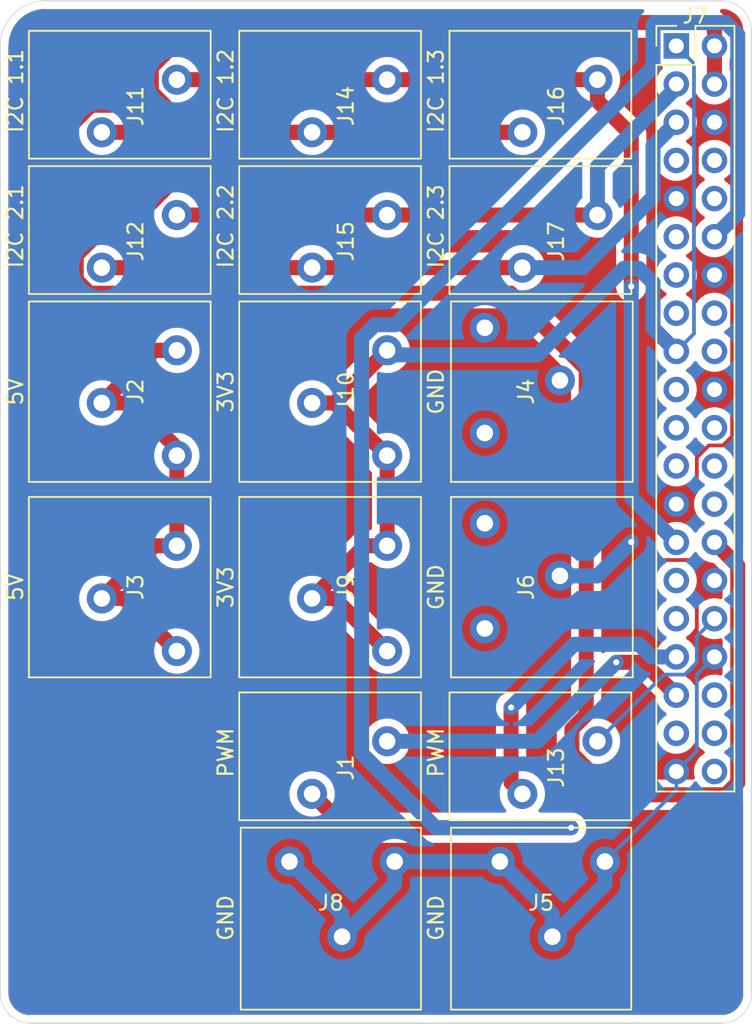
<source format=kicad_pcb>
(kicad_pcb (version 20171130) (host pcbnew "(5.1.6)-1")

  (general
    (thickness 1.6)
    (drawings 130)
    (tracks 165)
    (zones 0)
    (modules 17)
    (nets 12)
  )

  (page A4)
  (layers
    (0 F.Cu signal hide)
    (31 B.Cu signal hide)
    (32 B.Adhes user hide)
    (33 F.Adhes user hide)
    (34 B.Paste user hide)
    (35 F.Paste user hide)
    (36 B.SilkS user hide)
    (37 F.SilkS user hide)
    (38 B.Mask user hide)
    (39 F.Mask user hide)
    (40 Dwgs.User user hide)
    (41 Cmts.User user hide)
    (42 Eco1.User user hide)
    (43 Eco2.User user hide)
    (44 Edge.Cuts user)
    (45 Margin user hide)
    (46 B.CrtYd user hide)
    (47 F.CrtYd user hide)
    (48 B.Fab user hide)
    (49 F.Fab user hide)
  )

  (setup
    (last_trace_width 0.25)
    (user_trace_width 1)
    (trace_clearance 0.2)
    (zone_clearance 0.508)
    (zone_45_only no)
    (trace_min 0.2)
    (via_size 0.8)
    (via_drill 0.4)
    (via_min_size 0.4)
    (via_min_drill 0.3)
    (user_via 3 1.5)
    (uvia_size 0.3)
    (uvia_drill 0.1)
    (uvias_allowed no)
    (uvia_min_size 0.2)
    (uvia_min_drill 0.1)
    (edge_width 0.05)
    (segment_width 0.2)
    (pcb_text_width 0.3)
    (pcb_text_size 1.5 1.5)
    (mod_edge_width 0.12)
    (mod_text_size 1 1)
    (mod_text_width 0.15)
    (pad_size 1.524 1.524)
    (pad_drill 0.762)
    (pad_to_mask_clearance 0.05)
    (aux_axis_origin 0 0)
    (visible_elements 7FFFFFFF)
    (pcbplotparams
      (layerselection 0x010fc_ffffffff)
      (usegerberextensions false)
      (usegerberattributes true)
      (usegerberadvancedattributes true)
      (creategerberjobfile true)
      (excludeedgelayer true)
      (linewidth 0.100000)
      (plotframeref false)
      (viasonmask false)
      (mode 1)
      (useauxorigin false)
      (hpglpennumber 1)
      (hpglpenspeed 20)
      (hpglpendiameter 15.000000)
      (psnegative false)
      (psa4output false)
      (plotreference true)
      (plotvalue true)
      (plotinvisibletext false)
      (padsonsilk false)
      (subtractmaskfromsilk false)
      (outputformat 1)
      (mirror false)
      (drillshape 0)
      (scaleselection 1)
      (outputdirectory "../Gerbers"))
  )

  (net 0 "")
  (net 1 "Net-(J1-Pad2)")
  (net 2 "Net-(J1-Pad1)")
  (net 3 "Net-(J2-Pad1)")
  (net 4 "Net-(J4-Pad1)")
  (net 5 "Net-(J10-Pad1)")
  (net 6 "Net-(J11-Pad2)")
  (net 7 "Net-(J11-Pad1)")
  (net 8 "Net-(J12-Pad2)")
  (net 9 "Net-(J12-Pad1)")
  (net 10 "Net-(J13-Pad2)")
  (net 11 "Net-(J13-Pad1)")

  (net_class Default "This is the default net class."
    (clearance 0.2)
    (trace_width 0.25)
    (via_dia 0.8)
    (via_drill 0.4)
    (uvia_dia 0.3)
    (uvia_drill 0.1)
    (add_net "Net-(J1-Pad1)")
    (add_net "Net-(J1-Pad2)")
    (add_net "Net-(J10-Pad1)")
    (add_net "Net-(J11-Pad1)")
    (add_net "Net-(J11-Pad2)")
    (add_net "Net-(J12-Pad1)")
    (add_net "Net-(J12-Pad2)")
    (add_net "Net-(J13-Pad1)")
    (add_net "Net-(J13-Pad2)")
    (add_net "Net-(J2-Pad1)")
    (add_net "Net-(J4-Pad1)")
  )

  (module Connector_PinHeader_2.54mm:PinHeader_2x20_P2.54mm_Vertical (layer F.Cu) (tedit 59FED5CC) (tstamp 61E5C97A)
    (at 160 60)
    (descr "Through hole straight pin header, 2x20, 2.54mm pitch, double rows")
    (tags "Through hole pin header THT 2x20 2.54mm double row")
    (path /61E50CB0)
    (fp_text reference J7 (at 1.27 -2) (layer F.SilkS)
      (effects (font (size 1 1) (thickness 0.15)))
    )
    (fp_text value " " (at 1.27 57 90) (layer F.SilkS)
      (effects (font (size 1 1) (thickness 0.15)))
    )
    (fp_line (start 4.35 -1.8) (end -1.8 -1.8) (layer F.CrtYd) (width 0.05))
    (fp_line (start 4.35 50.05) (end 4.35 -1.8) (layer F.CrtYd) (width 0.05))
    (fp_line (start -1.8 50.05) (end 4.35 50.05) (layer F.CrtYd) (width 0.05))
    (fp_line (start -1.8 -1.8) (end -1.8 50.05) (layer F.CrtYd) (width 0.05))
    (fp_line (start -1.33 -1.33) (end 0 -1.33) (layer F.SilkS) (width 0.12))
    (fp_line (start -1.33 0) (end -1.33 -1.33) (layer F.SilkS) (width 0.12))
    (fp_line (start 1.27 -1.33) (end 3.87 -1.33) (layer F.SilkS) (width 0.12))
    (fp_line (start 1.27 1.27) (end 1.27 -1.33) (layer F.SilkS) (width 0.12))
    (fp_line (start -1.33 1.27) (end 1.27 1.27) (layer F.SilkS) (width 0.12))
    (fp_line (start 3.87 -1.33) (end 3.87 49.59) (layer F.SilkS) (width 0.12))
    (fp_line (start -1.33 1.27) (end -1.33 49.59) (layer F.SilkS) (width 0.12))
    (fp_line (start -1.33 49.59) (end 3.87 49.59) (layer F.SilkS) (width 0.12))
    (fp_line (start -1.27 0) (end 0 -1.27) (layer F.Fab) (width 0.1))
    (fp_line (start -1.27 49.53) (end -1.27 0) (layer F.Fab) (width 0.1))
    (fp_line (start 3.81 49.53) (end -1.27 49.53) (layer F.Fab) (width 0.1))
    (fp_line (start 3.81 -1.27) (end 3.81 49.53) (layer F.Fab) (width 0.1))
    (fp_line (start 0 -1.27) (end 3.81 -1.27) (layer F.Fab) (width 0.1))
    (fp_text user %R (at 1.27 24.13 90) (layer F.Fab)
      (effects (font (size 1 1) (thickness 0.15)))
    )
    (pad 40 thru_hole oval (at 2.54 48.26) (size 1.7 1.7) (drill 1) (layers *.Cu *.Mask))
    (pad 39 thru_hole oval (at 0 48.26) (size 1.7 1.7) (drill 1) (layers *.Cu *.Mask)
      (net 4 "Net-(J4-Pad1)"))
    (pad 38 thru_hole oval (at 2.54 45.72) (size 1.7 1.7) (drill 1) (layers *.Cu *.Mask))
    (pad 37 thru_hole oval (at 0 45.72) (size 1.7 1.7) (drill 1) (layers *.Cu *.Mask))
    (pad 36 thru_hole oval (at 2.54 43.18) (size 1.7 1.7) (drill 1) (layers *.Cu *.Mask))
    (pad 35 thru_hole oval (at 0 43.18) (size 1.7 1.7) (drill 1) (layers *.Cu *.Mask)
      (net 2 "Net-(J1-Pad1)"))
    (pad 34 thru_hole oval (at 2.54 40.64) (size 1.7 1.7) (drill 1) (layers *.Cu *.Mask)
      (net 4 "Net-(J4-Pad1)"))
    (pad 33 thru_hole oval (at 0 40.64) (size 1.7 1.7) (drill 1) (layers *.Cu *.Mask)
      (net 10 "Net-(J13-Pad2)"))
    (pad 32 thru_hole oval (at 2.54 38.1) (size 1.7 1.7) (drill 1) (layers *.Cu *.Mask)
      (net 11 "Net-(J13-Pad1)"))
    (pad 31 thru_hole oval (at 0 38.1) (size 1.7 1.7) (drill 1) (layers *.Cu *.Mask))
    (pad 30 thru_hole oval (at 2.54 35.56) (size 1.7 1.7) (drill 1) (layers *.Cu *.Mask)
      (net 4 "Net-(J4-Pad1)"))
    (pad 29 thru_hole oval (at 0 35.56) (size 1.7 1.7) (drill 1) (layers *.Cu *.Mask))
    (pad 28 thru_hole oval (at 2.54 33.02) (size 1.7 1.7) (drill 1) (layers *.Cu *.Mask)
      (net 6 "Net-(J11-Pad2)"))
    (pad 27 thru_hole oval (at 0 33.02) (size 1.7 1.7) (drill 1) (layers *.Cu *.Mask)
      (net 7 "Net-(J11-Pad1)"))
    (pad 26 thru_hole oval (at 2.54 30.48) (size 1.7 1.7) (drill 1) (layers *.Cu *.Mask))
    (pad 25 thru_hole oval (at 0 30.48) (size 1.7 1.7) (drill 1) (layers *.Cu *.Mask)
      (net 4 "Net-(J4-Pad1)"))
    (pad 24 thru_hole oval (at 2.54 27.94) (size 1.7 1.7) (drill 1) (layers *.Cu *.Mask))
    (pad 23 thru_hole oval (at 0 27.94) (size 1.7 1.7) (drill 1) (layers *.Cu *.Mask))
    (pad 22 thru_hole oval (at 2.54 25.4) (size 1.7 1.7) (drill 1) (layers *.Cu *.Mask))
    (pad 21 thru_hole oval (at 0 25.4) (size 1.7 1.7) (drill 1) (layers *.Cu *.Mask))
    (pad 20 thru_hole oval (at 2.54 22.86) (size 1.7 1.7) (drill 1) (layers *.Cu *.Mask)
      (net 4 "Net-(J4-Pad1)"))
    (pad 19 thru_hole oval (at 0 22.86) (size 1.7 1.7) (drill 1) (layers *.Cu *.Mask))
    (pad 18 thru_hole oval (at 2.54 20.32) (size 1.7 1.7) (drill 1) (layers *.Cu *.Mask))
    (pad 17 thru_hole oval (at 0 20.32) (size 1.7 1.7) (drill 1) (layers *.Cu *.Mask)
      (net 5 "Net-(J10-Pad1)"))
    (pad 16 thru_hole oval (at 2.54 17.78) (size 1.7 1.7) (drill 1) (layers *.Cu *.Mask))
    (pad 15 thru_hole oval (at 0 17.78) (size 1.7 1.7) (drill 1) (layers *.Cu *.Mask))
    (pad 14 thru_hole oval (at 2.54 15.24) (size 1.7 1.7) (drill 1) (layers *.Cu *.Mask)
      (net 4 "Net-(J4-Pad1)"))
    (pad 13 thru_hole oval (at 0 15.24) (size 1.7 1.7) (drill 1) (layers *.Cu *.Mask))
    (pad 12 thru_hole oval (at 2.54 12.7) (size 1.7 1.7) (drill 1) (layers *.Cu *.Mask)
      (net 1 "Net-(J1-Pad2)"))
    (pad 11 thru_hole oval (at 0 12.7) (size 1.7 1.7) (drill 1) (layers *.Cu *.Mask))
    (pad 10 thru_hole oval (at 2.54 10.16) (size 1.7 1.7) (drill 1) (layers *.Cu *.Mask))
    (pad 9 thru_hole oval (at 0 10.16) (size 1.7 1.7) (drill 1) (layers *.Cu *.Mask)
      (net 4 "Net-(J4-Pad1)"))
    (pad 8 thru_hole oval (at 2.54 7.62) (size 1.7 1.7) (drill 1) (layers *.Cu *.Mask))
    (pad 7 thru_hole oval (at 0 7.62) (size 1.7 1.7) (drill 1) (layers *.Cu *.Mask))
    (pad 6 thru_hole oval (at 2.54 5.08) (size 1.7 1.7) (drill 1) (layers *.Cu *.Mask)
      (net 4 "Net-(J4-Pad1)"))
    (pad 5 thru_hole oval (at 0 5.08) (size 1.7 1.7) (drill 1) (layers *.Cu *.Mask)
      (net 8 "Net-(J12-Pad2)"))
    (pad 4 thru_hole oval (at 2.54 2.54) (size 1.7 1.7) (drill 1) (layers *.Cu *.Mask)
      (net 3 "Net-(J2-Pad1)"))
    (pad 3 thru_hole oval (at 0 2.54) (size 1.7 1.7) (drill 1) (layers *.Cu *.Mask)
      (net 9 "Net-(J12-Pad1)"))
    (pad 2 thru_hole oval (at 2.54 0) (size 1.7 1.7) (drill 1) (layers *.Cu *.Mask)
      (net 3 "Net-(J2-Pad1)"))
    (pad 1 thru_hole rect (at 0 0) (size 1.7 1.7) (drill 1) (layers *.Cu *.Mask)
      (net 5 "Net-(J10-Pad1)"))
    (model ${KISYS3DMOD}/Connector_PinHeader_2.54mm.3dshapes/PinHeader_2x20_P2.54mm_Vertical.wrl
      (at (xyz 0 0 0))
      (scale (xyz 1 1 1))
      (rotate (xyz 0 0 0))
    )
  )

  (module PCB:WJ250B-2pin (layer F.Cu) (tedit 61E517EE) (tstamp 61E5C67A)
    (at 157 68 270)
    (path /61E6DC93)
    (fp_text reference J17 (at 5 5 90) (layer F.SilkS)
      (effects (font (size 1 1) (thickness 0.15)))
    )
    (fp_text value "I2C 2.3" (at 4 13 90) (layer F.SilkS)
      (effects (font (size 1 1) (thickness 0.15)))
    )
    (fp_line (start 8.5 0) (end 8.5 12.1) (layer F.SilkS) (width 0.12))
    (fp_line (start 0 0) (end 8.5 0) (layer F.SilkS) (width 0.12))
    (fp_line (start 0 0) (end 0 12.1) (layer F.SilkS) (width 0.12))
    (fp_line (start 0 12.1) (end 8.5 12.1) (layer F.SilkS) (width 0.12))
    (pad 2 thru_hole circle (at 6.75 7.25 270) (size 2 2) (drill 1.1) (layers *.Cu *.Mask)
      (net 8 "Net-(J12-Pad2)"))
    (pad 1 thru_hole circle (at 3.25 2.25 270) (size 2 2) (drill 1.1) (layers *.Cu *.Mask)
      (net 9 "Net-(J12-Pad1)"))
  )

  (module PCB:WJ250B-2pin (layer F.Cu) (tedit 61E517EE) (tstamp 61E5C670)
    (at 157 59 270)
    (path /61E6E4E2)
    (fp_text reference J16 (at 5 5 90) (layer F.SilkS)
      (effects (font (size 1 1) (thickness 0.15)))
    )
    (fp_text value "I2C 1.3" (at 4 13 90) (layer F.SilkS)
      (effects (font (size 1 1) (thickness 0.15)))
    )
    (fp_line (start 8.5 0) (end 8.5 12.1) (layer F.SilkS) (width 0.12))
    (fp_line (start 0 0) (end 8.5 0) (layer F.SilkS) (width 0.12))
    (fp_line (start 0 0) (end 0 12.1) (layer F.SilkS) (width 0.12))
    (fp_line (start 0 12.1) (end 8.5 12.1) (layer F.SilkS) (width 0.12))
    (pad 2 thru_hole circle (at 6.75 7.25 270) (size 2 2) (drill 1.1) (layers *.Cu *.Mask)
      (net 6 "Net-(J11-Pad2)"))
    (pad 1 thru_hole circle (at 3.25 2.25 270) (size 2 2) (drill 1.1) (layers *.Cu *.Mask)
      (net 7 "Net-(J11-Pad1)"))
  )

  (module PCB:WJ250B-2pin (layer F.Cu) (tedit 61E517EE) (tstamp 61E5C666)
    (at 143 68 270)
    (path /61E6D452)
    (fp_text reference J15 (at 5 5 90) (layer F.SilkS)
      (effects (font (size 1 1) (thickness 0.15)))
    )
    (fp_text value "I2C 2.2" (at 4 13 90) (layer F.SilkS)
      (effects (font (size 1 1) (thickness 0.15)))
    )
    (fp_line (start 8.5 0) (end 8.5 12.1) (layer F.SilkS) (width 0.12))
    (fp_line (start 0 0) (end 8.5 0) (layer F.SilkS) (width 0.12))
    (fp_line (start 0 0) (end 0 12.1) (layer F.SilkS) (width 0.12))
    (fp_line (start 0 12.1) (end 8.5 12.1) (layer F.SilkS) (width 0.12))
    (pad 2 thru_hole circle (at 6.75 7.25 270) (size 2 2) (drill 1.1) (layers *.Cu *.Mask)
      (net 8 "Net-(J12-Pad2)"))
    (pad 1 thru_hole circle (at 3.25 2.25 270) (size 2 2) (drill 1.1) (layers *.Cu *.Mask)
      (net 9 "Net-(J12-Pad1)"))
  )

  (module PCB:WJ250B-2pin (layer F.Cu) (tedit 61E517EE) (tstamp 61E5C65C)
    (at 143 59 270)
    (path /61E6C5FA)
    (fp_text reference J14 (at 5 5 90) (layer F.SilkS)
      (effects (font (size 1 1) (thickness 0.15)))
    )
    (fp_text value "I2C 1.2" (at 4 13 90) (layer F.SilkS)
      (effects (font (size 1 1) (thickness 0.15)))
    )
    (fp_line (start 8.5 0) (end 8.5 12.1) (layer F.SilkS) (width 0.12))
    (fp_line (start 0 0) (end 8.5 0) (layer F.SilkS) (width 0.12))
    (fp_line (start 0 0) (end 0 12.1) (layer F.SilkS) (width 0.12))
    (fp_line (start 0 12.1) (end 8.5 12.1) (layer F.SilkS) (width 0.12))
    (pad 2 thru_hole circle (at 6.75 7.25 270) (size 2 2) (drill 1.1) (layers *.Cu *.Mask)
      (net 6 "Net-(J11-Pad2)"))
    (pad 1 thru_hole circle (at 3.25 2.25 270) (size 2 2) (drill 1.1) (layers *.Cu *.Mask)
      (net 7 "Net-(J11-Pad1)"))
  )

  (module PCB:WJ250B-2pin (layer F.Cu) (tedit 61E517EE) (tstamp 61E5C652)
    (at 157 103 270)
    (path /61E786A9)
    (fp_text reference J13 (at 5 5 90) (layer F.SilkS)
      (effects (font (size 1 1) (thickness 0.15)))
    )
    (fp_text value PWM (at 4 13 90) (layer F.SilkS)
      (effects (font (size 1 1) (thickness 0.15)))
    )
    (fp_line (start 8.5 0) (end 8.5 12.1) (layer F.SilkS) (width 0.12))
    (fp_line (start 0 0) (end 8.5 0) (layer F.SilkS) (width 0.12))
    (fp_line (start 0 0) (end 0 12.1) (layer F.SilkS) (width 0.12))
    (fp_line (start 0 12.1) (end 8.5 12.1) (layer F.SilkS) (width 0.12))
    (pad 2 thru_hole circle (at 6.75 7.25 270) (size 2 2) (drill 1.1) (layers *.Cu *.Mask)
      (net 10 "Net-(J13-Pad2)"))
    (pad 1 thru_hole circle (at 3.25 2.25 270) (size 2 2) (drill 1.1) (layers *.Cu *.Mask)
      (net 11 "Net-(J13-Pad1)"))
  )

  (module PCB:WJ250B-2pin (layer F.Cu) (tedit 61E517EE) (tstamp 61E5C648)
    (at 129 68 270)
    (path /61E5218A)
    (fp_text reference J12 (at 5 5 90) (layer F.SilkS)
      (effects (font (size 1 1) (thickness 0.15)))
    )
    (fp_text value "I2C 2.1" (at 4 13 90) (layer F.SilkS)
      (effects (font (size 1 1) (thickness 0.15)))
    )
    (fp_line (start 8.5 0) (end 8.5 12.1) (layer F.SilkS) (width 0.12))
    (fp_line (start 0 0) (end 8.5 0) (layer F.SilkS) (width 0.12))
    (fp_line (start 0 0) (end 0 12.1) (layer F.SilkS) (width 0.12))
    (fp_line (start 0 12.1) (end 8.5 12.1) (layer F.SilkS) (width 0.12))
    (pad 2 thru_hole circle (at 6.75 7.25 270) (size 2 2) (drill 1.1) (layers *.Cu *.Mask)
      (net 8 "Net-(J12-Pad2)"))
    (pad 1 thru_hole circle (at 3.25 2.25 270) (size 2 2) (drill 1.1) (layers *.Cu *.Mask)
      (net 9 "Net-(J12-Pad1)"))
  )

  (module PCB:WJ250B-2pin (layer F.Cu) (tedit 61E517EE) (tstamp 61E5C63E)
    (at 129 59 270)
    (path /61E54AFC)
    (fp_text reference J11 (at 5 5 90) (layer F.SilkS)
      (effects (font (size 1 1) (thickness 0.15)))
    )
    (fp_text value "I2C 1.1" (at 4 13 90) (layer F.SilkS)
      (effects (font (size 1 1) (thickness 0.15)))
    )
    (fp_line (start 8.5 0) (end 8.5 12.1) (layer F.SilkS) (width 0.12))
    (fp_line (start 0 0) (end 8.5 0) (layer F.SilkS) (width 0.12))
    (fp_line (start 0 0) (end 0 12.1) (layer F.SilkS) (width 0.12))
    (fp_line (start 0 12.1) (end 8.5 12.1) (layer F.SilkS) (width 0.12))
    (pad 2 thru_hole circle (at 6.75 7.25 270) (size 2 2) (drill 1.1) (layers *.Cu *.Mask)
      (net 6 "Net-(J11-Pad2)"))
    (pad 1 thru_hole circle (at 3.25 2.25 270) (size 2 2) (drill 1.1) (layers *.Cu *.Mask)
      (net 7 "Net-(J11-Pad1)"))
  )

  (module PCB:WJ250B-3pin (layer F.Cu) (tedit 61B424A6) (tstamp 61E5C634)
    (at 143 77 270)
    (path /61E5DC85)
    (fp_text reference J10 (at 6 5 90) (layer F.SilkS)
      (effects (font (size 1 1) (thickness 0.15)))
    )
    (fp_text value 3V3 (at 6 13 90) (layer F.SilkS)
      (effects (font (size 1 1) (thickness 0.15)))
    )
    (fp_line (start 12 0) (end 12 12.1) (layer F.SilkS) (width 0.12))
    (fp_line (start 0 12.1) (end 12 12.1) (layer F.SilkS) (width 0.12))
    (fp_line (start 0 0) (end 12 0) (layer F.SilkS) (width 0.12))
    (fp_line (start 0 0) (end 0 12.1) (layer F.SilkS) (width 0.12))
    (pad 3 thru_hole circle (at 10.25 2.25 270) (size 2 2) (drill 1.1) (layers *.Cu *.Mask)
      (net 5 "Net-(J10-Pad1)"))
    (pad 2 thru_hole circle (at 6.75 7.25 270) (size 2 2) (drill 1.1) (layers *.Cu *.Mask)
      (net 5 "Net-(J10-Pad1)"))
    (pad 1 thru_hole circle (at 3.25 2.25 270) (size 2 2) (drill 1.1) (layers *.Cu *.Mask)
      (net 5 "Net-(J10-Pad1)"))
  )

  (module PCB:WJ250B-3pin (layer F.Cu) (tedit 61B424A6) (tstamp 61E5C629)
    (at 143 90 270)
    (path /61E5F3AC)
    (fp_text reference J9 (at 6 5 90) (layer F.SilkS)
      (effects (font (size 1 1) (thickness 0.15)))
    )
    (fp_text value 3V3 (at 6 13 90) (layer F.SilkS)
      (effects (font (size 1 1) (thickness 0.15)))
    )
    (fp_line (start 12 0) (end 12 12.1) (layer F.SilkS) (width 0.12))
    (fp_line (start 0 12.1) (end 12 12.1) (layer F.SilkS) (width 0.12))
    (fp_line (start 0 0) (end 12 0) (layer F.SilkS) (width 0.12))
    (fp_line (start 0 0) (end 0 12.1) (layer F.SilkS) (width 0.12))
    (pad 3 thru_hole circle (at 10.25 2.25 270) (size 2 2) (drill 1.1) (layers *.Cu *.Mask)
      (net 5 "Net-(J10-Pad1)"))
    (pad 2 thru_hole circle (at 6.75 7.25 270) (size 2 2) (drill 1.1) (layers *.Cu *.Mask)
      (net 5 "Net-(J10-Pad1)"))
    (pad 1 thru_hole circle (at 3.25 2.25 270) (size 2 2) (drill 1.1) (layers *.Cu *.Mask)
      (net 5 "Net-(J10-Pad1)"))
  )

  (module PCB:WJ250B-3pin (layer F.Cu) (tedit 61B424A6) (tstamp 61E5C61E)
    (at 131 112)
    (path /61E65CA3)
    (fp_text reference J8 (at 6 5) (layer F.SilkS)
      (effects (font (size 1 1) (thickness 0.15)))
    )
    (fp_text value GND (at -1 6 90) (layer F.SilkS)
      (effects (font (size 1 1) (thickness 0.15)))
    )
    (fp_line (start 12 0) (end 12 12.1) (layer F.SilkS) (width 0.12))
    (fp_line (start 0 12.1) (end 12 12.1) (layer F.SilkS) (width 0.12))
    (fp_line (start 0 0) (end 12 0) (layer F.SilkS) (width 0.12))
    (fp_line (start 0 0) (end 0 12.1) (layer F.SilkS) (width 0.12))
    (pad 3 thru_hole circle (at 10.25 2.25) (size 2 2) (drill 1.1) (layers *.Cu *.Mask)
      (net 4 "Net-(J4-Pad1)"))
    (pad 2 thru_hole circle (at 6.75 7.25) (size 2 2) (drill 1.1) (layers *.Cu *.Mask)
      (net 4 "Net-(J4-Pad1)"))
    (pad 1 thru_hole circle (at 3.25 2.25) (size 2 2) (drill 1.1) (layers *.Cu *.Mask)
      (net 4 "Net-(J4-Pad1)"))
  )

  (module PCB:WJ250B-3pin (layer F.Cu) (tedit 61B424A6) (tstamp 61E5C613)
    (at 145 102 90)
    (path /61E658A2)
    (fp_text reference J6 (at 6 5 90) (layer F.SilkS)
      (effects (font (size 1 1) (thickness 0.15)))
    )
    (fp_text value GND (at 6 -1 90) (layer F.SilkS)
      (effects (font (size 1 1) (thickness 0.15)))
    )
    (fp_line (start 12 0) (end 12 12.1) (layer F.SilkS) (width 0.12))
    (fp_line (start 0 12.1) (end 12 12.1) (layer F.SilkS) (width 0.12))
    (fp_line (start 0 0) (end 12 0) (layer F.SilkS) (width 0.12))
    (fp_line (start 0 0) (end 0 12.1) (layer F.SilkS) (width 0.12))
    (pad 3 thru_hole circle (at 10.25 2.25 90) (size 2 2) (drill 1.1) (layers *.Cu *.Mask)
      (net 4 "Net-(J4-Pad1)"))
    (pad 2 thru_hole circle (at 6.75 7.25 90) (size 2 2) (drill 1.1) (layers *.Cu *.Mask)
      (net 4 "Net-(J4-Pad1)"))
    (pad 1 thru_hole circle (at 3.25 2.25 90) (size 2 2) (drill 1.1) (layers *.Cu *.Mask)
      (net 4 "Net-(J4-Pad1)"))
  )

  (module PCB:WJ250B-3pin (layer F.Cu) (tedit 61B424A6) (tstamp 61E5C608)
    (at 145 112)
    (path /61E64F1A)
    (fp_text reference J5 (at 6 5) (layer F.SilkS)
      (effects (font (size 1 1) (thickness 0.15)))
    )
    (fp_text value GND (at -1 6 90) (layer F.SilkS)
      (effects (font (size 1 1) (thickness 0.15)))
    )
    (fp_line (start 12 0) (end 12 12.1) (layer F.SilkS) (width 0.12))
    (fp_line (start 0 12.1) (end 12 12.1) (layer F.SilkS) (width 0.12))
    (fp_line (start 0 0) (end 12 0) (layer F.SilkS) (width 0.12))
    (fp_line (start 0 0) (end 0 12.1) (layer F.SilkS) (width 0.12))
    (pad 3 thru_hole circle (at 10.25 2.25) (size 2 2) (drill 1.1) (layers *.Cu *.Mask)
      (net 4 "Net-(J4-Pad1)"))
    (pad 2 thru_hole circle (at 6.75 7.25) (size 2 2) (drill 1.1) (layers *.Cu *.Mask)
      (net 4 "Net-(J4-Pad1)"))
    (pad 1 thru_hole circle (at 3.25 2.25) (size 2 2) (drill 1.1) (layers *.Cu *.Mask)
      (net 4 "Net-(J4-Pad1)"))
  )

  (module PCB:WJ250B-3pin (layer F.Cu) (tedit 61B424A6) (tstamp 61E5C5FD)
    (at 145 89 90)
    (path /61E606A1)
    (fp_text reference J4 (at 6 5 90) (layer F.SilkS)
      (effects (font (size 1 1) (thickness 0.15)))
    )
    (fp_text value GND (at 6 -1 90) (layer F.SilkS)
      (effects (font (size 1 1) (thickness 0.15)))
    )
    (fp_line (start 12 0) (end 12 12.1) (layer F.SilkS) (width 0.12))
    (fp_line (start 0 12.1) (end 12 12.1) (layer F.SilkS) (width 0.12))
    (fp_line (start 0 0) (end 12 0) (layer F.SilkS) (width 0.12))
    (fp_line (start 0 0) (end 0 12.1) (layer F.SilkS) (width 0.12))
    (pad 3 thru_hole circle (at 10.25 2.25 90) (size 2 2) (drill 1.1) (layers *.Cu *.Mask)
      (net 4 "Net-(J4-Pad1)"))
    (pad 2 thru_hole circle (at 6.75 7.25 90) (size 2 2) (drill 1.1) (layers *.Cu *.Mask)
      (net 4 "Net-(J4-Pad1)"))
    (pad 1 thru_hole circle (at 3.25 2.25 90) (size 2 2) (drill 1.1) (layers *.Cu *.Mask)
      (net 4 "Net-(J4-Pad1)"))
  )

  (module PCB:WJ250B-3pin (layer F.Cu) (tedit 61B424A6) (tstamp 61E5C5F2)
    (at 129 90 270)
    (path /61E5AB53)
    (fp_text reference J3 (at 6 5 90) (layer F.SilkS)
      (effects (font (size 1 1) (thickness 0.15)))
    )
    (fp_text value 5V (at 6 13 90) (layer F.SilkS)
      (effects (font (size 1 1) (thickness 0.15)))
    )
    (fp_line (start 12 0) (end 12 12.1) (layer F.SilkS) (width 0.12))
    (fp_line (start 0 12.1) (end 12 12.1) (layer F.SilkS) (width 0.12))
    (fp_line (start 0 0) (end 12 0) (layer F.SilkS) (width 0.12))
    (fp_line (start 0 0) (end 0 12.1) (layer F.SilkS) (width 0.12))
    (pad 3 thru_hole circle (at 10.25 2.25 270) (size 2 2) (drill 1.1) (layers *.Cu *.Mask)
      (net 3 "Net-(J2-Pad1)"))
    (pad 2 thru_hole circle (at 6.75 7.25 270) (size 2 2) (drill 1.1) (layers *.Cu *.Mask)
      (net 3 "Net-(J2-Pad1)"))
    (pad 1 thru_hole circle (at 3.25 2.25 270) (size 2 2) (drill 1.1) (layers *.Cu *.Mask)
      (net 3 "Net-(J2-Pad1)"))
  )

  (module PCB:WJ250B-3pin (layer F.Cu) (tedit 61B424A6) (tstamp 61E5C5E7)
    (at 129 77 270)
    (path /61E5D0FF)
    (fp_text reference J2 (at 6 5 90) (layer F.SilkS)
      (effects (font (size 1 1) (thickness 0.15)))
    )
    (fp_text value 5V (at 6 13 90) (layer F.SilkS)
      (effects (font (size 1 1) (thickness 0.15)))
    )
    (fp_line (start 12 0) (end 12 12.1) (layer F.SilkS) (width 0.12))
    (fp_line (start 0 12.1) (end 12 12.1) (layer F.SilkS) (width 0.12))
    (fp_line (start 0 0) (end 12 0) (layer F.SilkS) (width 0.12))
    (fp_line (start 0 0) (end 0 12.1) (layer F.SilkS) (width 0.12))
    (pad 3 thru_hole circle (at 10.25 2.25 270) (size 2 2) (drill 1.1) (layers *.Cu *.Mask)
      (net 3 "Net-(J2-Pad1)"))
    (pad 2 thru_hole circle (at 6.75 7.25 270) (size 2 2) (drill 1.1) (layers *.Cu *.Mask)
      (net 3 "Net-(J2-Pad1)"))
    (pad 1 thru_hole circle (at 3.25 2.25 270) (size 2 2) (drill 1.1) (layers *.Cu *.Mask)
      (net 3 "Net-(J2-Pad1)"))
  )

  (module PCB:WJ250B-2pin (layer F.Cu) (tedit 61E517EE) (tstamp 61E5C5DC)
    (at 143 103 270)
    (path /61E79F79)
    (fp_text reference J1 (at 5 5 90) (layer F.SilkS)
      (effects (font (size 1 1) (thickness 0.15)))
    )
    (fp_text value PWM (at 4 13 90) (layer F.SilkS)
      (effects (font (size 1 1) (thickness 0.15)))
    )
    (fp_line (start 8.5 0) (end 8.5 12.1) (layer F.SilkS) (width 0.12))
    (fp_line (start 0 0) (end 8.5 0) (layer F.SilkS) (width 0.12))
    (fp_line (start 0 0) (end 0 12.1) (layer F.SilkS) (width 0.12))
    (fp_line (start 0 12.1) (end 8.5 12.1) (layer F.SilkS) (width 0.12))
    (pad 2 thru_hole circle (at 6.75 7.25 270) (size 2 2) (drill 1.1) (layers *.Cu *.Mask)
      (net 1 "Net-(J1-Pad2)"))
    (pad 1 thru_hole circle (at 3.25 2.25 270) (size 2 2) (drill 1.1) (layers *.Cu *.Mask)
      (net 2 "Net-(J1-Pad1)"))
  )

  (gr_line (start 115 60) (end 115 123) (layer Edge.Cuts) (width 0.05) (tstamp 61E6713C))
  (gr_line (start 117.98248 109.44508) (end 117.50616 109.54604) (layer F.Mask) (width 0.48))
  (gr_line (start 121.47336 113.04124) (end 121.47336 113.04124) (layer F.Mask) (width 0.48))
  (gr_line (start 121.47208 113.17628) (end 121.47336 113.04124) (layer F.Mask) (width 0.48))
  (gr_line (start 120.78784 116.20728) (end 120.9048 116.1298) (layer F.Mask) (width 0.48))
  (gr_line (start 120.12984 116.51348) (end 120.11116 116.43144) (layer F.Mask) (width 0.48))
  (gr_line (start 121.4586 113.58076) (end 121.47208 113.17628) (layer F.Mask) (width 0.48))
  (gr_line (start 120.60468 116.28736) (end 120.78784 116.20728) (layer F.Mask) (width 0.48))
  (gr_line (start 123.130276 112.05232) (end 123.129188 112.33248) (layer F.Mask) (width 0.48))
  (gr_line (start 121.37528 114.57792) (end 121.4254 114.09636) (layer F.Mask) (width 0.48))
  (gr_line (start 121.31016 115.01436) (end 121.37528 114.57792) (layer F.Mask) (width 0.48))
  (gr_line (start 121.6114 107.9592) (end 121.89656 108.03476) (layer F.Mask) (width 0.48))
  (gr_line (start 121.23228 115.3952) (end 121.31016 115.01436) (layer F.Mask) (width 0.48))
  (gr_line (start 120.9382 116.09812) (end 120.971 116.06728) (layer F.Mask) (width 0.48))
  (gr_line (start 121.04432 115.94772) (end 121.14288 115.70988) (layer F.Mask) (width 0.48))
  (gr_line (start 120.9048 116.1298) (end 120.9382 116.09812) (layer F.Mask) (width 0.48))
  (gr_line (start 120.3816 116.35616) (end 120.60468 116.28736) (layer F.Mask) (width 0.48))
  (gr_line (start 123.00484 110.2832) (end 123.099028 111.211) (layer F.Mask) (width 0.48))
  (gr_line (start 121.14288 115.70988) (end 121.23228 115.3952) (layer F.Mask) (width 0.48))
  (gr_line (start 121.24072 117.64412) (end 120.9888 117.590736) (layer F.Mask) (width 0.48))
  (gr_line (start 122.704712 115.97852) (end 122.500932 116.53668) (layer F.Mask) (width 0.48))
  (gr_line (start 122.856188 109.53452) (end 123.00484 110.2832) (layer F.Mask) (width 0.48))
  (gr_line (start 123.095556 113.47376) (end 123.008968 114.456) (layer F.Mask) (width 0.48))
  (gr_line (start 121.89656 108.03476) (end 122.172812 108.21508) (layer F.Mask) (width 0.48))
  (gr_line (start 123.099028 111.211) (end 123.130276 112.05232) (layer F.Mask) (width 0.48))
  (gr_line (start 122.661744 108.95032) (end 122.856188 109.53452) (layer F.Mask) (width 0.48))
  (gr_line (start 120.971 116.06728) (end 121.04432 115.94772) (layer F.Mask) (width 0.48))
  (gr_line (start 120.17844 116.41236) (end 120.3816 116.35616) (layer F.Mask) (width 0.48))
  (gr_line (start 122.271768 116.97072) (end 122.024156 117.28972) (layer F.Mask) (width 0.48))
  (gr_line (start 121.32624 107.974) (end 121.6114 107.9592) (layer F.Mask) (width 0.48))
  (gr_line (start 119.46708 109.364) (end 119.01788 109.36548) (layer F.Mask) (width 0.48))
  (gr_line (start 121.76524 117.502412) (end 121.5018 117.617644) (layer F.Mask) (width 0.48))
  (gr_line (start 116.91044 109.92752) (end 116.86728 110.01824) (layer F.Mask) (width 0.48))
  (gr_line (start 118.5046 109.38872) (end 117.98248 109.44508) (layer F.Mask) (width 0.48))
  (gr_line (start 119.92 109.37824) (end 119.7976 109.37288) (layer F.Mask) (width 0.48))
  (gr_line (start 120.75332 117.46596) (end 120.54064 117.27912) (layer F.Mask) (width 0.48))
  (gr_line (start 122.43084 108.51544) (end 122.661744 108.95032) (layer F.Mask) (width 0.48))
  (gr_line (start 119.01788 109.36548) (end 118.5046 109.38872) (layer F.Mask) (width 0.48))
  (gr_line (start 119.95448 109.38044) (end 119.92 109.37824) (layer F.Mask) (width 0.48))
  (gr_line (start 121.4254 114.09636) (end 121.4586 113.58076) (layer F.Mask) (width 0.48))
  (gr_line (start 120.35836 117.03844) (end 120.21276 116.75304) (layer F.Mask) (width 0.48))
  (gr_line (start 122.500932 116.53668) (end 122.271768 116.97072) (layer F.Mask) (width 0.48))
  (gr_line (start 123.128104 112.61788) (end 123.095556 113.47376) (layer F.Mask) (width 0.48))
  (gr_line (start 121.5018 117.617644) (end 121.24072 117.64412) (layer F.Mask) (width 0.48))
  (gr_line (start 123.008968 114.456) (end 122.876368 115.288) (layer F.Mask) (width 0.48))
  (gr_line (start 123.129188 112.33248) (end 123.128104 112.61788) (layer F.Mask) (width 0.48))
  (gr_line (start 119.7976 109.37288) (end 119.46708 109.364) (layer F.Mask) (width 0.48))
  (gr_line (start 120.11116 116.43144) (end 120.17844 116.41236) (layer F.Mask) (width 0.48))
  (gr_line (start 122.024156 117.28972) (end 121.76524 117.502412) (layer F.Mask) (width 0.48))
  (gr_line (start 122.876368 115.288) (end 122.704712 115.97852) (layer F.Mask) (width 0.48))
  (gr_line (start 120.9888 117.590736) (end 120.75332 117.46596) (layer F.Mask) (width 0.48))
  (gr_line (start 120.21276 116.75304) (end 120.12984 116.51348) (layer F.Mask) (width 0.48))
  (gr_line (start 120.54064 117.27912) (end 120.35836 117.03844) (layer F.Mask) (width 0.48))
  (gr_line (start 122.172812 108.21508) (end 122.43084 108.51544) (layer F.Mask) (width 0.48))
  (gr_line (start 116.86728 110.01824) (end 116.84944 110.34316) (layer F.Mask) (width 0.48))
  (gr_line (start 116.94208 109.86048) (end 116.91044 109.92752) (layer F.Mask) (width 0.48))
  (gr_line (start 117.13048 109.70316) (end 116.94208 109.86048) (layer F.Mask) (width 0.48))
  (gr_line (start 117.50616 109.54604) (end 117.13048 109.70316) (layer F.Mask) (width 0.48))
  (gr_line (start 121.47336 113.04124) (end 121.47576 112.73548) (layer F.Mask) (width 0.48))
  (gr_line (start 120.10228 109.29776) (end 120.13176 109.1246) (layer F.Mask) (width 0.48))
  (gr_line (start 120.18192 109.36592) (end 120.1042 109.35504) (layer F.Mask) (width 0.48))
  (gr_line (start 121.39568 110.90976) (end 121.2848 110.26872) (layer F.Mask) (width 0.48))
  (gr_line (start 121.12896 109.84572) (end 120.93064 109.5918) (layer F.Mask) (width 0.48))
  (gr_line (start 120.69212 109.45816) (end 120.41588 109.39544) (layer F.Mask) (width 0.48))
  (gr_line (start 121.2848 110.26872) (end 121.12896 109.84572) (layer F.Mask) (width 0.48))
  (gr_line (start 121.45928 111.81772) (end 121.39568 110.90976) (layer F.Mask) (width 0.48))
  (gr_line (start 121.05064 108.0638) (end 121.32624 107.974) (layer F.Mask) (width 0.48))
  (gr_line (start 120.93064 109.5918) (end 120.69212 109.45816) (layer F.Mask) (width 0.48))
  (gr_line (start 120.79324 108.21444) (end 121.05064 108.0638) (layer F.Mask) (width 0.48))
  (gr_line (start 120.1042 109.35504) (end 120.10228 109.29776) (layer F.Mask) (width 0.48))
  (gr_line (start 121.47576 112.73548) (end 121.45928 111.81772) (layer F.Mask) (width 0.48))
  (gr_line (start 120.56364 108.4106) (end 120.79324 108.21444) (layer F.Mask) (width 0.48))
  (gr_line (start 120.37072 108.63736) (end 120.56364 108.4106) (layer F.Mask) (width 0.48))
  (gr_line (start 120.22384 108.88044) (end 120.37072 108.63736) (layer F.Mask) (width 0.48))
  (gr_line (start 120.13176 109.1246) (end 120.22384 108.88044) (layer F.Mask) (width 0.48))
  (gr_line (start 120.41588 109.39544) (end 120.18192 109.36592) (layer F.Mask) (width 0.48))
  (gr_line (start 116.84944 110.34316) (end 116.92148 110.93732) (layer F.Mask) (width 0.48))
  (gr_line (start 117.24116 112.1452) (end 117.29912 112.31688) (layer F.Mask) (width 0.48))
  (gr_line (start 117.08516 111.62416) (end 117.24116 112.1452) (layer F.Mask) (width 0.48))
  (gr_line (start 116.92148 110.93732) (end 117.08516 111.62416) (layer F.Mask) (width 0.48))
  (gr_line (start 116.54628 114.8032) (end 116.52528 115.13976) (layer F.Mask) (width 0.48))
  (gr_line (start 118.70384 110.6938) (end 118.7796 110.67628) (layer F.Mask) (width 0.48))
  (gr_line (start 117.36184 112.24152) (end 117.52564 112.03844) (layer F.Mask) (width 0.48))
  (gr_line (start 119.95948 109.3796) (end 119.95836 109.37936) (layer F.Mask) (width 0.48))
  (gr_line (start 119.95836 109.37936) (end 119.95344 109.37936) (layer F.Mask) (width 0.48))
  (gr_line (start 117.206 115.97028) (end 117.57388 116.11524) (layer F.Mask) (width 0.48))
  (gr_line (start 117.29912 112.31688) (end 117.29912 112.31688) (layer F.Mask) (width 0.48))
  (gr_line (start 118.65916 110.84076) (end 117.545 112.5456) (layer F.Mask) (width 0.48))
  (gr_line (start 119.97056 109.38372) (end 119.95948 109.3796) (layer F.Mask) (width 0.48))
  (gr_line (start 119.782 116.3592) (end 119.96948 116.36264) (layer F.Mask) (width 0.48))
  (gr_line (start 117.52564 112.03844) (end 117.75744 111.75304) (layer F.Mask) (width 0.48))
  (gr_line (start 117.3336 112.91516) (end 117.02744 113.49892) (layer F.Mask) (width 0.48))
  (gr_line (start 116.91828 115.77976) (end 117.206 115.97028) (layer F.Mask) (width 0.48))
  (gr_line (start 120.16932 114.51372) (end 120.23636 112.73436) (layer F.Mask) (width 0.48))
  (gr_line (start 116.52528 115.13976) (end 116.55908 115.23764) (layer F.Mask) (width 0.48))
  (gr_line (start 117.443 112.7218) (end 117.443 112.72464) (layer F.Mask) (width 0.48))
  (gr_line (start 119.21972 116.33856) (end 119.782 116.3592) (layer F.Mask) (width 0.48))
  (gr_line (start 119.96948 116.36264) (end 120.03456 115.9026) (layer F.Mask) (width 0.48))
  (gr_line (start 116.71556 114.20772) (end 116.54628 114.8032) (layer F.Mask) (width 0.48))
  (gr_line (start 117.02744 113.49892) (end 116.71556 114.20772) (layer F.Mask) (width 0.48))
  (gr_line (start 118.7796 110.67628) (end 118.65916 110.84076) (layer F.Mask) (width 0.48))
  (gr_line (start 117.29912 112.31688) (end 117.36184 112.24152) (layer F.Mask) (width 0.48))
  (gr_line (start 120.03456 115.9026) (end 120.16932 114.51372) (layer F.Mask) (width 0.48))
  (gr_line (start 119.95448 109.38044) (end 119.95448 109.38044) (layer F.Mask) (width 0.48))
  (gr_line (start 116.55908 115.23764) (end 116.586 115.316) (layer F.Mask) (width 0.48))
  (gr_line (start 119.95344 109.37936) (end 119.95448 109.38044) (layer F.Mask) (width 0.48))
  (gr_line (start 119.97164 109.38436) (end 119.97056 109.38372) (layer F.Mask) (width 0.48))
  (gr_line (start 118.53064 110.85548) (end 118.70384 110.6938) (layer F.Mask) (width 0.48))
  (gr_line (start 120.23636 112.73436) (end 120.17044 111.02452) (layer F.Mask) (width 0.48))
  (gr_line (start 118.02804 116.22096) (end 118.57472 116.29344) (layer F.Mask) (width 0.48))
  (gr_line (start 118.29328 111.11616) (end 118.53064 110.85548) (layer F.Mask) (width 0.48))
  (gr_line (start 117.545 112.5456) (end 117.443 112.7218) (layer F.Mask) (width 0.48))
  (gr_line (start 117.443 112.72464) (end 117.3336 112.91516) (layer F.Mask) (width 0.48))
  (gr_line (start 117.57388 116.11524) (end 118.02804 116.22096) (layer F.Mask) (width 0.48))
  (gr_line (start 120.03892 109.79148) (end 119.97164 109.38436) (layer F.Mask) (width 0.48))
  (gr_line (start 120.17044 111.02452) (end 120.03892 109.79148) (layer F.Mask) (width 0.48))
  (gr_line (start 118.57472 116.29344) (end 119.21972 116.33856) (layer F.Mask) (width 0.48))
  (gr_line (start 116.70472 115.5376) (end 116.91828 115.77976) (layer F.Mask) (width 0.48))
  (gr_line (start 118.02436 111.43036) (end 118.29328 111.11616) (layer F.Mask) (width 0.48))
  (gr_line (start 118.7796 110.67628) (end 118.7796 110.67628) (layer F.Mask) (width 0.48))
  (gr_line (start 117.75744 111.75304) (end 118.02436 111.43036) (layer F.Mask) (width 0.48))
  (gr_line (start 116.586 115.316) (end 116.70472 115.5376) (layer F.Mask) (width 0.48))
  (gr_text "1072 Raspi \nBreakout\n" (at 126.238 112.522 90) (layer F.Mask)
    (effects (font (size 1.5 1.5) (thickness 0.3)))
  )
  (gr_arc (start 117 123) (end 115 123) (angle -90) (layer Edge.Cuts) (width 0.05))
  (gr_arc (start 163 123) (end 163 125) (angle -90) (layer Edge.Cuts) (width 0.05))
  (gr_arc (start 163 59) (end 165 59) (angle -90) (layer Edge.Cuts) (width 0.05))
  (gr_arc (start 118 60) (end 118 57) (angle -90) (layer Edge.Cuts) (width 0.05))
  (gr_line (start 165 59) (end 165 123) (layer Edge.Cuts) (width 0.1))
  (gr_line (start 118 57) (end 163 57) (layer Edge.Cuts) (width 0.1))
  (gr_line (start 163 125) (end 117 125) (layer Edge.Cuts) (width 0.1))

  (segment (start 135.75 109.75) (end 138 112) (width 1) (layer F.Cu) (net 1))
  (segment (start 138 112) (end 153 112) (width 1) (layer F.Cu) (net 1))
  (segment (start 153 112) (end 153 112) (width 1) (layer F.Cu) (net 1) (tstamp 61E64895))
  (via (at 153 112) (size 0.8) (drill 0.4) (layers F.Cu B.Cu) (net 1))
  (segment (start 164.090001 59.255999) (end 164.090001 71.149999) (width 1) (layer B.Cu) (net 1))
  (segment (start 158.589999 58.449999) (end 163.284001 58.449999) (width 1) (layer B.Cu) (net 1))
  (segment (start 163.284001 58.449999) (end 164.090001 59.255999) (width 1) (layer B.Cu) (net 1))
  (segment (start 158.449999 58.589999) (end 158.589999 58.449999) (width 1) (layer B.Cu) (net 1))
  (segment (start 158.449999 61.410001) (end 158.449999 58.589999) (width 1) (layer B.Cu) (net 1))
  (segment (start 141.310001 78.549999) (end 158.449999 61.410001) (width 1) (layer B.Cu) (net 1))
  (segment (start 164.090001 71.149999) (end 162.54 72.7) (width 1) (layer B.Cu) (net 1))
  (segment (start 139.933999 78.549999) (end 141.310001 78.549999) (width 1) (layer B.Cu) (net 1))
  (segment (start 139.049999 79.433999) (end 139.933999 78.549999) (width 1) (layer B.Cu) (net 1))
  (segment (start 143.983998 112) (end 139.049999 107.066001) (width 1) (layer B.Cu) (net 1))
  (segment (start 139.049999 107.066001) (end 139.049999 79.433999) (width 1) (layer B.Cu) (net 1))
  (segment (start 153 112) (end 143.983998 112) (width 1) (layer B.Cu) (net 1))
  (segment (start 140.75 106.25) (end 150.75 106.25) (width 1) (layer B.Cu) (net 2))
  (segment (start 150.75 106.25) (end 154 103) (width 1) (layer B.Cu) (net 2))
  (segment (start 154 103) (end 156 101) (width 1) (layer B.Cu) (net 2))
  (segment (start 156 101) (end 156 101) (width 1) (layer B.Cu) (net 2) (tstamp 61E64891))
  (via (at 156 101) (size 0.8) (drill 0.4) (layers F.Cu B.Cu) (net 2))
  (segment (start 157.82 101) (end 160 103.18) (width 1) (layer F.Cu) (net 2))
  (segment (start 156 101) (end 157.82 101) (width 1) (layer F.Cu) (net 2))
  (segment (start 162.54 58.797919) (end 162.54 60) (width 1) (layer F.Cu) (net 3))
  (segment (start 128.033999 58.449999) (end 162.19208 58.449999) (width 1) (layer F.Cu) (net 3))
  (segment (start 121.033997 63.950001) (end 125.933999 63.950001) (width 1) (layer F.Cu) (net 3))
  (segment (start 125.049999 63.066001) (end 125.049999 61.433999) (width 1) (layer F.Cu) (net 3))
  (segment (start 118.849989 66.134009) (end 121.033997 63.950001) (width 1) (layer F.Cu) (net 3))
  (segment (start 162.19208 58.449999) (end 162.54 58.797919) (width 1) (layer F.Cu) (net 3))
  (segment (start 125.933999 63.950001) (end 125.049999 63.066001) (width 1) (layer F.Cu) (net 3))
  (segment (start 118.849989 76.063061) (end 118.849989 66.134009) (width 1) (layer F.Cu) (net 3))
  (segment (start 125.049999 61.433999) (end 128.033999 58.449999) (width 1) (layer F.Cu) (net 3))
  (segment (start 123.036928 80.25) (end 118.849989 76.063061) (width 1) (layer F.Cu) (net 3))
  (segment (start 126.75 80.25) (end 123.036928 80.25) (width 1) (layer F.Cu) (net 3))
  (segment (start 162.54 60) (end 162.54 62.54) (width 1) (layer F.Cu) (net 3))
  (segment (start 125.25 80.25) (end 121.75 83.75) (width 1) (layer F.Cu) (net 3))
  (segment (start 126.75 80.25) (end 125.25 80.25) (width 1) (layer F.Cu) (net 3))
  (segment (start 121.75 83.75) (end 123.75 83.75) (width 1) (layer F.Cu) (net 3))
  (segment (start 126.75 86.75) (end 126.75 87.25) (width 1) (layer F.Cu) (net 3))
  (segment (start 123.75 83.75) (end 126.75 86.75) (width 1) (layer F.Cu) (net 3))
  (segment (start 126.75 87.25) (end 126.75 93.25) (width 1) (layer F.Cu) (net 3))
  (segment (start 125.25 93.25) (end 121.75 96.75) (width 1) (layer F.Cu) (net 3))
  (segment (start 126.75 93.25) (end 125.25 93.25) (width 1) (layer F.Cu) (net 3))
  (segment (start 123.25 96.75) (end 126.75 100.25) (width 1) (layer F.Cu) (net 3))
  (segment (start 121.75 96.75) (end 123.25 96.75) (width 1) (layer F.Cu) (net 3))
  (segment (start 148.75 78.75) (end 152.25 82.25) (width 1) (layer F.Cu) (net 4))
  (segment (start 147.25 78.75) (end 148.75 78.75) (width 1) (layer F.Cu) (net 4))
  (segment (start 150.75 82.25) (end 147.25 85.75) (width 1) (layer F.Cu) (net 4))
  (segment (start 152.25 82.25) (end 150.75 82.25) (width 1) (layer F.Cu) (net 4))
  (segment (start 147.25 85.75) (end 147.25 91.75) (width 1) (layer F.Cu) (net 4))
  (segment (start 148.75 91.75) (end 152.25 95.25) (width 1) (layer F.Cu) (net 4))
  (segment (start 147.25 91.75) (end 148.75 91.75) (width 1) (layer F.Cu) (net 4))
  (segment (start 150.75 95.25) (end 147.25 98.75) (width 1) (layer F.Cu) (net 4))
  (segment (start 152.25 95.25) (end 150.75 95.25) (width 1) (layer F.Cu) (net 4))
  (segment (start 152.25 95.25) (end 154.75 95.25) (width 1) (layer B.Cu) (net 4))
  (segment (start 154.75 95.25) (end 157 93) (width 1) (layer B.Cu) (net 4))
  (segment (start 157 93) (end 157 93) (width 1) (layer B.Cu) (net 4) (tstamp 61E64884))
  (via (at 157 93) (size 0.8) (drill 0.4) (layers F.Cu B.Cu) (net 4))
  (segment (start 157.48 93) (end 160 90.48) (width 1) (layer F.Cu) (net 4))
  (segment (start 157 93) (end 157.48 93) (width 1) (layer F.Cu) (net 4))
  (segment (start 158.195001 94.195001) (end 161.175001 94.195001) (width 0.25) (layer F.Cu) (net 4))
  (segment (start 161.175001 94.195001) (end 162.54 95.56) (width 0.25) (layer F.Cu) (net 4))
  (segment (start 157 93) (end 158.195001 94.195001) (width 0.25) (layer F.Cu) (net 4))
  (segment (start 161.364999 96.735001) (end 162.54 95.56) (width 0.25) (layer F.Cu) (net 4))
  (segment (start 161.364999 99.464999) (end 161.364999 96.735001) (width 0.25) (layer F.Cu) (net 4))
  (segment (start 162.54 100.64) (end 161.364999 99.464999) (width 0.25) (layer F.Cu) (net 4))
  (segment (start 163.715001 85.964001) (end 163.715001 84.035001) (width 0.25) (layer F.Cu) (net 4))
  (segment (start 163.715001 84.035001) (end 162.54 82.86) (width 0.25) (layer F.Cu) (net 4))
  (segment (start 163.104001 86.575001) (end 163.715001 85.964001) (width 0.25) (layer F.Cu) (net 4))
  (segment (start 161.364999 87.375999) (end 162.165997 86.575001) (width 0.25) (layer F.Cu) (net 4))
  (segment (start 162.165997 86.575001) (end 163.104001 86.575001) (width 0.25) (layer F.Cu) (net 4))
  (segment (start 161.364999 89.115001) (end 161.364999 87.375999) (width 0.25) (layer F.Cu) (net 4))
  (segment (start 160 90.48) (end 161.364999 89.115001) (width 0.25) (layer F.Cu) (net 4))
  (segment (start 163.715001 81.684999) (end 163.715001 76.415001) (width 0.25) (layer F.Cu) (net 4))
  (segment (start 163.715001 76.415001) (end 162.54 75.24) (width 0.25) (layer F.Cu) (net 4))
  (segment (start 162.54 82.86) (end 163.715001 81.684999) (width 0.25) (layer F.Cu) (net 4))
  (segment (start 161.175001 71.335001) (end 161.175001 73.875001) (width 0.25) (layer F.Cu) (net 4))
  (segment (start 161.175001 73.875001) (end 162.54 75.24) (width 0.25) (layer F.Cu) (net 4))
  (segment (start 160 70.16) (end 161.175001 71.335001) (width 0.25) (layer F.Cu) (net 4))
  (segment (start 161.364999 66.255001) (end 162.54 65.08) (width 0.25) (layer F.Cu) (net 4))
  (segment (start 161.364999 68.795001) (end 161.364999 66.255001) (width 0.25) (layer F.Cu) (net 4))
  (segment (start 160 70.16) (end 161.364999 68.795001) (width 0.25) (layer F.Cu) (net 4))
  (segment (start 161.364999 101.815001) (end 161.364999 106.895001) (width 0.25) (layer B.Cu) (net 4))
  (segment (start 161.364999 106.895001) (end 160 108.26) (width 0.25) (layer B.Cu) (net 4))
  (segment (start 162.54 100.64) (end 161.364999 101.815001) (width 0.25) (layer B.Cu) (net 4))
  (segment (start 160 109.5) (end 155.25 114.25) (width 0.25) (layer B.Cu) (net 4))
  (segment (start 160 108.26) (end 160 109.5) (width 0.25) (layer B.Cu) (net 4))
  (segment (start 155.25 115.75) (end 151.75 119.25) (width 1) (layer B.Cu) (net 4))
  (segment (start 155.25 114.25) (end 155.25 115.75) (width 1) (layer B.Cu) (net 4))
  (segment (start 151.75 117.75) (end 148.25 114.25) (width 1) (layer B.Cu) (net 4))
  (segment (start 151.75 119.25) (end 151.75 117.75) (width 1) (layer B.Cu) (net 4))
  (segment (start 148.25 114.25) (end 141.25 114.25) (width 1) (layer B.Cu) (net 4))
  (segment (start 141.25 115.75) (end 137.75 119.25) (width 1) (layer B.Cu) (net 4))
  (segment (start 141.25 114.25) (end 141.25 115.75) (width 1) (layer B.Cu) (net 4))
  (segment (start 137.75 117.75) (end 134.25 114.25) (width 1) (layer B.Cu) (net 4))
  (segment (start 137.75 119.25) (end 137.75 117.75) (width 1) (layer B.Cu) (net 4))
  (segment (start 137.25 83.75) (end 140.75 80.25) (width 1) (layer F.Cu) (net 5))
  (segment (start 135.75 83.75) (end 137.25 83.75) (width 1) (layer F.Cu) (net 5))
  (segment (start 137.25 83.75) (end 140.75 87.25) (width 1) (layer F.Cu) (net 5))
  (segment (start 140.75 87.25) (end 140.75 93.25) (width 1) (layer F.Cu) (net 5))
  (segment (start 139.25 93.25) (end 135.75 96.75) (width 1) (layer F.Cu) (net 5))
  (segment (start 140.75 93.25) (end 139.25 93.25) (width 1) (layer F.Cu) (net 5))
  (segment (start 137.25 96.75) (end 140.75 100.25) (width 1) (layer F.Cu) (net 5))
  (segment (start 135.75 96.75) (end 137.25 96.75) (width 1) (layer F.Cu) (net 5))
  (segment (start 158.449999 78.769999) (end 160 80.32) (width 1) (layer B.Cu) (net 5))
  (segment (start 158.449999 75.752929) (end 158.449999 78.769999) (width 1) (layer B.Cu) (net 5))
  (segment (start 157.49706 74.79999) (end 158.449999 75.752929) (width 1) (layer B.Cu) (net 5))
  (segment (start 156.50294 74.79999) (end 157.49706 74.79999) (width 1) (layer B.Cu) (net 5))
  (segment (start 150.752931 80.549999) (end 156.50294 74.79999) (width 1) (layer B.Cu) (net 5))
  (segment (start 141.049999 80.549999) (end 150.752931 80.549999) (width 1) (layer B.Cu) (net 5))
  (segment (start 140.75 80.25) (end 141.049999 80.549999) (width 1) (layer B.Cu) (net 5))
  (segment (start 161.175001 79.144999) (end 160 80.32) (width 0.25) (layer B.Cu) (net 5))
  (segment (start 161.175001 61.175001) (end 161.175001 79.144999) (width 0.25) (layer B.Cu) (net 5))
  (segment (start 160 60) (end 161.175001 61.175001) (width 0.25) (layer B.Cu) (net 5))
  (segment (start 126.75 62.25) (end 140.75 62.25) (width 1) (layer F.Cu) (net 7))
  (segment (start 140.75 62.25) (end 154.75 62.25) (width 1) (layer F.Cu) (net 7))
  (segment (start 135.75 65.75) (end 149.75 65.75) (width 1) (layer F.Cu) (net 6))
  (segment (start 121.75 65.75) (end 135.75 65.75) (width 1) (layer F.Cu) (net 6))
  (segment (start 163.284001 109.810001) (end 164.090001 109.004001) (width 1) (layer F.Cu) (net 6))
  (segment (start 155.793999 109.810001) (end 163.284001 109.810001) (width 1) (layer F.Cu) (net 6))
  (segment (start 153.049999 107.066001) (end 155.793999 109.810001) (width 1) (layer F.Cu) (net 6))
  (segment (start 120.049999 73.933999) (end 120.049999 75.566001) (width 1) (layer F.Cu) (net 6))
  (segment (start 123.549999 70.433999) (end 120.049999 73.933999) (width 1) (layer F.Cu) (net 6))
  (segment (start 164.090001 94.570001) (end 162.54 93.02) (width 1) (layer F.Cu) (net 6))
  (segment (start 125.049999 70.433999) (end 123.549999 70.433999) (width 1) (layer F.Cu) (net 6))
  (segment (start 164.090001 109.004001) (end 164.090001 94.570001) (width 1) (layer F.Cu) (net 6))
  (segment (start 149.75 65.75) (end 129.733998 65.75) (width 1) (layer F.Cu) (net 6))
  (segment (start 129.733998 65.75) (end 125.049999 70.433999) (width 1) (layer F.Cu) (net 6))
  (segment (start 154 81.483998) (end 154 104.483998) (width 1) (layer F.Cu) (net 6))
  (segment (start 120.049999 75.566001) (end 120.933999 76.450001) (width 1) (layer F.Cu) (net 6))
  (segment (start 120.933999 76.450001) (end 148.966003 76.450001) (width 1) (layer F.Cu) (net 6))
  (segment (start 154 104.483998) (end 153.049999 105.433999) (width 1) (layer F.Cu) (net 6))
  (segment (start 148.966003 76.450001) (end 154 81.483998) (width 1) (layer F.Cu) (net 6))
  (segment (start 153.049999 105.433999) (end 153.049999 107.066001) (width 1) (layer F.Cu) (net 6))
  (segment (start 154.75 63.664213) (end 157 65.914213) (width 1) (layer F.Cu) (net 7))
  (segment (start 154.75 62.25) (end 154.75 63.664213) (width 1) (layer F.Cu) (net 7))
  (segment (start 157 65.914213) (end 157 76) (width 1) (layer F.Cu) (net 7))
  (segment (start 157 76) (end 157 76) (width 1) (layer F.Cu) (net 7) (tstamp 61E6479B))
  (via (at 157 76) (size 0.8) (drill 0.4) (layers F.Cu B.Cu) (net 7))
  (segment (start 157 90.02) (end 160 93.02) (width 1) (layer B.Cu) (net 7))
  (segment (start 157 76) (end 157 90.02) (width 1) (layer B.Cu) (net 7))
  (segment (start 121.75 74.75) (end 135.75 74.75) (width 1) (layer F.Cu) (net 8))
  (segment (start 135.75 74.75) (end 149.75 74.75) (width 1) (layer F.Cu) (net 8))
  (segment (start 158.449999 66.630001) (end 160 65.08) (width 1) (layer B.Cu) (net 8))
  (segment (start 158.449999 70.066003) (end 158.449999 66.630001) (width 1) (layer B.Cu) (net 8))
  (segment (start 153.766002 74.75) (end 158.449999 70.066003) (width 1) (layer B.Cu) (net 8))
  (segment (start 149.75 74.75) (end 153.766002 74.75) (width 1) (layer B.Cu) (net 8))
  (segment (start 126.75 71.25) (end 140.75 71.25) (width 1) (layer F.Cu) (net 9))
  (segment (start 140.75 71.25) (end 154.75 71.25) (width 1) (layer F.Cu) (net 9))
  (segment (start 154.75 68.035998) (end 160 62.785998) (width 1) (layer B.Cu) (net 9))
  (segment (start 160 62.785998) (end 160 62.54) (width 1) (layer B.Cu) (net 9))
  (segment (start 154.75 71.25) (end 154.75 68.035998) (width 1) (layer B.Cu) (net 9))
  (segment (start 160 100.64) (end 158.36 100.64) (width 1) (layer B.Cu) (net 10))
  (segment (start 157.519991 99.799991) (end 153.200009 99.799991) (width 1) (layer B.Cu) (net 10))
  (segment (start 158.36 100.64) (end 157.519991 99.799991) (width 1) (layer B.Cu) (net 10))
  (segment (start 153.200009 99.799991) (end 149 104) (width 1) (layer B.Cu) (net 10))
  (segment (start 149 104) (end 149 104) (width 1) (layer B.Cu) (net 10) (tstamp 61E64893))
  (via (at 149 104) (size 0.8) (drill 0.4) (layers F.Cu B.Cu) (net 10))
  (segment (start 149 109) (end 149.75 109.75) (width 1) (layer F.Cu) (net 10))
  (segment (start 149 104) (end 149 109) (width 1) (layer F.Cu) (net 10))
  (segment (start 161.364999 99.275001) (end 162.54 98.1) (width 0.25) (layer B.Cu) (net 11))
  (segment (start 161.364999 101.014003) (end 161.364999 99.275001) (width 0.25) (layer B.Cu) (net 11))
  (segment (start 160.564001 101.815001) (end 161.364999 101.014003) (width 0.25) (layer B.Cu) (net 11))
  (segment (start 159.184999 101.815001) (end 160.564001 101.815001) (width 0.25) (layer B.Cu) (net 11))
  (segment (start 154.75 106.25) (end 159.184999 101.815001) (width 0.25) (layer B.Cu) (net 11))

  (zone (net 0) (net_name "") (layer Dwgs.User) (tstamp 61E668C1) (hatch edge 0.508)
    (connect_pads (clearance 0.508))
    (min_thickness 0.254)
    (fill yes (arc_segments 32) (thermal_gap 0.508) (thermal_bridge_width 0.508))
    (polygon
      (pts
        (xy 191 76) (xy 188 149) (xy 91 150) (xy 80 52) (xy 185 45)
      )
    )
    (filled_polygon
      (pts
        (xy 163.28463 57.020357) (xy 163.563465 57.081014) (xy 163.83083 57.180736) (xy 164.081282 57.317493) (xy 164.309721 57.488501)
        (xy 164.511499 57.690279) (xy 164.682507 57.918718) (xy 164.819264 58.16917) (xy 164.918986 58.436535) (xy 164.979643 58.71537)
        (xy 165 59) (xy 165 123) (xy 164.979643 123.28463) (xy 164.918986 123.563465) (xy 164.819264 123.83083)
        (xy 164.682507 124.081282) (xy 164.511499 124.309721) (xy 164.309721 124.511499) (xy 164.081282 124.682507) (xy 163.83083 124.819264)
        (xy 163.563465 124.918986) (xy 163.28463 124.979643) (xy 163 125) (xy 117 125) (xy 116.71537 124.979643)
        (xy 116.436535 124.918986) (xy 116.16917 124.819264) (xy 115.918718 124.682507) (xy 115.690279 124.511499) (xy 115.488501 124.309721)
        (xy 115.317493 124.081282) (xy 115.180736 123.83083) (xy 115.081014 123.563465) (xy 115.020357 123.28463) (xy 115 123)
        (xy 115 60) (xy 115.018863 59.664107) (xy 115.075216 59.332437) (xy 115.16835 59.009163) (xy 115.297093 58.698349)
        (xy 115.459827 58.403904) (xy 115.654506 58.129531) (xy 115.87868 57.87868) (xy 116.129531 57.654506) (xy 116.403904 57.459827)
        (xy 116.698349 57.297093) (xy 117.009163 57.16835) (xy 117.332437 57.075216) (xy 117.664107 57.018863) (xy 118 57)
        (xy 163 57)
      )
    )
  )
  (zone (net 4) (net_name "Net-(J4-Pad1)") (layer F.Cu) (tstamp 61E668BE) (hatch edge 0.508)
    (connect_pads yes (clearance 0.508))
    (min_thickness 0.254)
    (fill yes (arc_segments 32) (thermal_gap 0.508) (thermal_bridge_width 0.508))
    (polygon
      (pts
        (xy 173 54) (xy 174 136) (xy 108 135) (xy 105 53)
      )
    )
    (filled_polygon
      (pts
        (xy 117.966353 57.685) (xy 127.193533 57.685) (xy 127.192008 57.686858) (xy 124.286859 60.592008) (xy 124.243551 60.62755)
        (xy 124.101716 60.800376) (xy 124.101339 60.801082) (xy 123.996323 60.997553) (xy 123.955714 61.131423) (xy 123.933548 61.204494)
        (xy 123.931422 61.211501) (xy 123.909508 61.433999) (xy 123.914999 61.48975) (xy 123.914999 62.815001) (xy 121.089749 62.815001)
        (xy 121.033997 62.80951) (xy 120.811498 62.831424) (xy 120.59755 62.896325) (xy 120.400374 63.001717) (xy 120.270853 63.108012)
        (xy 120.270851 63.108014) (xy 120.227548 63.143552) (xy 120.19201 63.186855) (xy 118.086849 65.292018) (xy 118.043541 65.32756)
        (xy 117.901706 65.500386) (xy 117.854359 65.588967) (xy 117.796313 65.697563) (xy 117.731412 65.911511) (xy 117.709498 66.134009)
        (xy 117.71499 66.18977) (xy 117.714989 76.007309) (xy 117.709498 76.063061) (xy 117.714989 76.118812) (xy 117.731412 76.285559)
        (xy 117.796313 76.499507) (xy 117.901705 76.696684) (xy 118.04354 76.86951) (xy 118.086854 76.905057) (xy 122.194937 81.013141)
        (xy 122.230479 81.056449) (xy 122.403305 81.198284) (xy 122.594428 81.300441) (xy 121.779869 82.115) (xy 121.588967 82.115)
        (xy 121.273088 82.177832) (xy 120.975537 82.301082) (xy 120.707748 82.480013) (xy 120.480013 82.707748) (xy 120.301082 82.975537)
        (xy 120.177832 83.273088) (xy 120.115 83.588967) (xy 120.115 83.911033) (xy 120.177832 84.226912) (xy 120.301082 84.524463)
        (xy 120.480013 84.792252) (xy 120.707748 85.019987) (xy 120.975537 85.198918) (xy 121.273088 85.322168) (xy 121.588967 85.385)
        (xy 121.911033 85.385) (xy 122.226912 85.322168) (xy 122.524463 85.198918) (xy 122.792252 85.019987) (xy 122.927239 84.885)
        (xy 123.279869 84.885) (xy 125.176193 86.781326) (xy 125.115 87.088967) (xy 125.115 87.411033) (xy 125.177832 87.726912)
        (xy 125.301082 88.024463) (xy 125.480013 88.292252) (xy 125.615 88.427239) (xy 125.615001 92.07276) (xy 125.572761 92.115)
        (xy 125.305741 92.115) (xy 125.249999 92.10951) (xy 125.194257 92.115) (xy 125.194248 92.115) (xy 125.027501 92.131423)
        (xy 124.813553 92.196324) (xy 124.616377 92.301716) (xy 124.443551 92.443551) (xy 124.408009 92.486859) (xy 121.779869 95.115)
        (xy 121.588967 95.115) (xy 121.273088 95.177832) (xy 120.975537 95.301082) (xy 120.707748 95.480013) (xy 120.480013 95.707748)
        (xy 120.301082 95.975537) (xy 120.177832 96.273088) (xy 120.115 96.588967) (xy 120.115 96.911033) (xy 120.177832 97.226912)
        (xy 120.301082 97.524463) (xy 120.480013 97.792252) (xy 120.707748 98.019987) (xy 120.975537 98.198918) (xy 121.273088 98.322168)
        (xy 121.588967 98.385) (xy 121.911033 98.385) (xy 122.226912 98.322168) (xy 122.524463 98.198918) (xy 122.792252 98.019987)
        (xy 122.853554 97.958685) (xy 125.115 100.220132) (xy 125.115 100.411033) (xy 125.177832 100.726912) (xy 125.301082 101.024463)
        (xy 125.480013 101.292252) (xy 125.707748 101.519987) (xy 125.975537 101.698918) (xy 126.273088 101.822168) (xy 126.588967 101.885)
        (xy 126.911033 101.885) (xy 127.226912 101.822168) (xy 127.524463 101.698918) (xy 127.792252 101.519987) (xy 128.019987 101.292252)
        (xy 128.198918 101.024463) (xy 128.322168 100.726912) (xy 128.385 100.411033) (xy 128.385 100.088967) (xy 128.322168 99.773088)
        (xy 128.198918 99.475537) (xy 128.019987 99.207748) (xy 127.792252 98.980013) (xy 127.524463 98.801082) (xy 127.226912 98.677832)
        (xy 126.911033 98.615) (xy 126.720132 98.615) (xy 124.105131 96) (xy 125.646446 94.458685) (xy 125.707748 94.519987)
        (xy 125.975537 94.698918) (xy 126.273088 94.822168) (xy 126.588967 94.885) (xy 126.911033 94.885) (xy 127.226912 94.822168)
        (xy 127.524463 94.698918) (xy 127.792252 94.519987) (xy 128.019987 94.292252) (xy 128.198918 94.024463) (xy 128.322168 93.726912)
        (xy 128.385 93.411033) (xy 128.385 93.088967) (xy 128.322168 92.773088) (xy 128.198918 92.475537) (xy 128.019987 92.207748)
        (xy 127.885 92.072761) (xy 127.885 88.427239) (xy 128.019987 88.292252) (xy 128.198918 88.024463) (xy 128.322168 87.726912)
        (xy 128.385 87.411033) (xy 128.385 87.088967) (xy 128.322168 86.773088) (xy 128.198918 86.475537) (xy 128.019987 86.207748)
        (xy 127.792252 85.980013) (xy 127.524463 85.801082) (xy 127.3226 85.717468) (xy 125.194099 83.588967) (xy 134.115 83.588967)
        (xy 134.115 83.911033) (xy 134.177832 84.226912) (xy 134.301082 84.524463) (xy 134.480013 84.792252) (xy 134.707748 85.019987)
        (xy 134.975537 85.198918) (xy 135.273088 85.322168) (xy 135.588967 85.385) (xy 135.911033 85.385) (xy 136.226912 85.322168)
        (xy 136.524463 85.198918) (xy 136.792252 85.019987) (xy 136.853554 84.958685) (xy 139.115 87.220132) (xy 139.115 87.411033)
        (xy 139.177832 87.726912) (xy 139.301082 88.024463) (xy 139.480013 88.292252) (xy 139.615 88.427239) (xy 139.615001 92.07276)
        (xy 139.572761 92.115) (xy 139.305741 92.115) (xy 139.249999 92.10951) (xy 139.194257 92.115) (xy 139.194248 92.115)
        (xy 139.027501 92.131423) (xy 138.813553 92.196324) (xy 138.616377 92.301716) (xy 138.443551 92.443551) (xy 138.408009 92.486859)
        (xy 135.779869 95.115) (xy 135.588967 95.115) (xy 135.273088 95.177832) (xy 134.975537 95.301082) (xy 134.707748 95.480013)
        (xy 134.480013 95.707748) (xy 134.301082 95.975537) (xy 134.177832 96.273088) (xy 134.115 96.588967) (xy 134.115 96.911033)
        (xy 134.177832 97.226912) (xy 134.301082 97.524463) (xy 134.480013 97.792252) (xy 134.707748 98.019987) (xy 134.975537 98.198918)
        (xy 135.273088 98.322168) (xy 135.588967 98.385) (xy 135.911033 98.385) (xy 136.226912 98.322168) (xy 136.524463 98.198918)
        (xy 136.792252 98.019987) (xy 136.853554 97.958685) (xy 139.115 100.220132) (xy 139.115 100.411033) (xy 139.177832 100.726912)
        (xy 139.301082 101.024463) (xy 139.480013 101.292252) (xy 139.707748 101.519987) (xy 139.975537 101.698918) (xy 140.273088 101.822168)
        (xy 140.588967 101.885) (xy 140.911033 101.885) (xy 141.226912 101.822168) (xy 141.524463 101.698918) (xy 141.792252 101.519987)
        (xy 142.019987 101.292252) (xy 142.198918 101.024463) (xy 142.322168 100.726912) (xy 142.385 100.411033) (xy 142.385 100.088967)
        (xy 142.322168 99.773088) (xy 142.198918 99.475537) (xy 142.019987 99.207748) (xy 141.792252 98.980013) (xy 141.524463 98.801082)
        (xy 141.226912 98.677832) (xy 140.911033 98.615) (xy 140.720132 98.615) (xy 138.105131 96) (xy 139.646446 94.458685)
        (xy 139.707748 94.519987) (xy 139.975537 94.698918) (xy 140.273088 94.822168) (xy 140.588967 94.885) (xy 140.911033 94.885)
        (xy 141.226912 94.822168) (xy 141.524463 94.698918) (xy 141.792252 94.519987) (xy 142.019987 94.292252) (xy 142.198918 94.024463)
        (xy 142.322168 93.726912) (xy 142.385 93.411033) (xy 142.385 93.088967) (xy 142.322168 92.773088) (xy 142.198918 92.475537)
        (xy 142.019987 92.207748) (xy 141.885 92.072761) (xy 141.885 88.427239) (xy 142.019987 88.292252) (xy 142.198918 88.024463)
        (xy 142.322168 87.726912) (xy 142.385 87.411033) (xy 142.385 87.088967) (xy 142.322168 86.773088) (xy 142.198918 86.475537)
        (xy 142.019987 86.207748) (xy 141.792252 85.980013) (xy 141.524463 85.801082) (xy 141.226912 85.677832) (xy 140.911033 85.615)
        (xy 140.720132 85.615) (xy 138.855131 83.75) (xy 140.720132 81.885) (xy 140.911033 81.885) (xy 141.226912 81.822168)
        (xy 141.524463 81.698918) (xy 141.792252 81.519987) (xy 142.019987 81.292252) (xy 142.198918 81.024463) (xy 142.322168 80.726912)
        (xy 142.385 80.411033) (xy 142.385 80.088967) (xy 142.322168 79.773088) (xy 142.198918 79.475537) (xy 142.019987 79.207748)
        (xy 141.792252 78.980013) (xy 141.524463 78.801082) (xy 141.226912 78.677832) (xy 140.911033 78.615) (xy 140.588967 78.615)
        (xy 140.273088 78.677832) (xy 139.975537 78.801082) (xy 139.707748 78.980013) (xy 139.480013 79.207748) (xy 139.301082 79.475537)
        (xy 139.177832 79.773088) (xy 139.115 80.088967) (xy 139.115 80.279868) (xy 136.853554 82.541315) (xy 136.792252 82.480013)
        (xy 136.524463 82.301082) (xy 136.226912 82.177832) (xy 135.911033 82.115) (xy 135.588967 82.115) (xy 135.273088 82.177832)
        (xy 134.975537 82.301082) (xy 134.707748 82.480013) (xy 134.480013 82.707748) (xy 134.301082 82.975537) (xy 134.177832 83.273088)
        (xy 134.115 83.588967) (xy 125.194099 83.588967) (xy 124.591996 82.986865) (xy 124.556449 82.943551) (xy 124.383623 82.801716)
        (xy 124.331354 82.773778) (xy 125.646446 81.458685) (xy 125.707748 81.519987) (xy 125.975537 81.698918) (xy 126.273088 81.822168)
        (xy 126.588967 81.885) (xy 126.911033 81.885) (xy 127.226912 81.822168) (xy 127.524463 81.698918) (xy 127.792252 81.519987)
        (xy 128.019987 81.292252) (xy 128.198918 81.024463) (xy 128.322168 80.726912) (xy 128.385 80.411033) (xy 128.385 80.088967)
        (xy 128.322168 79.773088) (xy 128.198918 79.475537) (xy 128.019987 79.207748) (xy 127.792252 78.980013) (xy 127.524463 78.801082)
        (xy 127.226912 78.677832) (xy 126.911033 78.615) (xy 126.588967 78.615) (xy 126.273088 78.677832) (xy 125.975537 78.801082)
        (xy 125.707748 78.980013) (xy 125.572761 79.115) (xy 125.305741 79.115) (xy 125.249999 79.10951) (xy 125.194257 79.115)
        (xy 123.50706 79.115) (xy 121.977061 77.585001) (xy 148.495872 77.585001) (xy 152.865 81.95413) (xy 152.865001 104.013865)
        (xy 152.286863 104.592004) (xy 152.24355 104.62755) (xy 152.101715 104.800376) (xy 152.005698 104.980013) (xy 151.996323 104.997553)
        (xy 151.931422 105.211501) (xy 151.909508 105.433999) (xy 151.914999 105.48975) (xy 151.914999 107.01025) (xy 151.909508 107.066001)
        (xy 151.931422 107.288499) (xy 151.996323 107.502447) (xy 152.025263 107.556589) (xy 152.101716 107.699624) (xy 152.243551 107.87245)
        (xy 152.286859 107.907992) (xy 154.952008 110.573142) (xy 154.98755 110.61645) (xy 155.160376 110.758285) (xy 155.357552 110.863677)
        (xy 155.5715 110.928578) (xy 155.793998 110.950492) (xy 155.84975 110.945001) (xy 163.22825 110.945001) (xy 163.284001 110.950492)
        (xy 163.339752 110.945001) (xy 163.339753 110.945001) (xy 163.5065 110.928578) (xy 163.720448 110.863677) (xy 163.917624 110.758285)
        (xy 164.09045 110.61645) (xy 164.125996 110.573137) (xy 164.315001 110.384133) (xy 164.315001 123.033647) (xy 164.324289 123.12795)
        (xy 164.311375 123.25966) (xy 164.235965 123.509429) (xy 164.113477 123.739794) (xy 163.948579 123.941979) (xy 163.747546 124.108288)
        (xy 163.518046 124.232378) (xy 163.268805 124.309531) (xy 163.128181 124.324311) (xy 163.033647 124.315) (xy 116.966353 124.315)
        (xy 116.872045 124.324289) (xy 116.74034 124.311375) (xy 116.490571 124.235965) (xy 116.260206 124.113477) (xy 116.058021 123.948579)
        (xy 115.891712 123.747546) (xy 115.767622 123.518046) (xy 115.690469 123.268805) (xy 115.66 122.978911) (xy 115.66 109.588967)
        (xy 134.115 109.588967) (xy 134.115 109.911033) (xy 134.177832 110.226912) (xy 134.301082 110.524463) (xy 134.480013 110.792252)
        (xy 134.707748 111.019987) (xy 134.975537 111.198918) (xy 135.273088 111.322168) (xy 135.588967 111.385) (xy 135.779868 111.385)
        (xy 137.158013 112.763146) (xy 137.193551 112.806449) (xy 137.236854 112.841987) (xy 137.236856 112.841989) (xy 137.366377 112.948284)
        (xy 137.563553 113.053676) (xy 137.777501 113.118577) (xy 138 113.140491) (xy 138.055752 113.135) (xy 153.055752 113.135)
        (xy 153.222499 113.118577) (xy 153.436447 113.053676) (xy 153.633623 112.948284) (xy 153.806449 112.806449) (xy 153.948284 112.633623)
        (xy 154.053676 112.436447) (xy 154.118577 112.222499) (xy 154.140491 112) (xy 154.118577 111.777501) (xy 154.053676 111.563553)
        (xy 153.948284 111.366377) (xy 153.806449 111.193551) (xy 153.633623 111.051716) (xy 153.436447 110.946324) (xy 153.222499 110.881423)
        (xy 153.055752 110.865) (xy 150.947239 110.865) (xy 151.019987 110.792252) (xy 151.198918 110.524463) (xy 151.322168 110.226912)
        (xy 151.385 109.911033) (xy 151.385 109.588967) (xy 151.322168 109.273088) (xy 151.198918 108.975537) (xy 151.019987 108.707748)
        (xy 150.792252 108.480013) (xy 150.524463 108.301082) (xy 150.226912 108.177832) (xy 150.135 108.15955) (xy 150.135 103.944248)
        (xy 150.118577 103.777501) (xy 150.053676 103.563553) (xy 149.948284 103.366377) (xy 149.806449 103.193551) (xy 149.633623 103.051716)
        (xy 149.436446 102.946324) (xy 149.222498 102.881423) (xy 149 102.859509) (xy 148.777501 102.881423) (xy 148.563553 102.946324)
        (xy 148.366377 103.051716) (xy 148.193551 103.193551) (xy 148.051716 103.366377) (xy 147.946324 103.563554) (xy 147.881423 103.777502)
        (xy 147.865 103.944249) (xy 147.865001 108.944239) (xy 147.859509 109) (xy 147.881423 109.222498) (xy 147.946324 109.436446)
        (xy 147.994993 109.5275) (xy 148.051717 109.633623) (xy 148.115 109.710733) (xy 148.115 109.911033) (xy 148.177832 110.226912)
        (xy 148.301082 110.524463) (xy 148.480013 110.792252) (xy 148.552761 110.865) (xy 138.470133 110.865) (xy 137.385 109.779868)
        (xy 137.385 109.588967) (xy 137.322168 109.273088) (xy 137.198918 108.975537) (xy 137.019987 108.707748) (xy 136.792252 108.480013)
        (xy 136.524463 108.301082) (xy 136.226912 108.177832) (xy 135.911033 108.115) (xy 135.588967 108.115) (xy 135.273088 108.177832)
        (xy 134.975537 108.301082) (xy 134.707748 108.480013) (xy 134.480013 108.707748) (xy 134.301082 108.975537) (xy 134.177832 109.273088)
        (xy 134.115 109.588967) (xy 115.66 109.588967) (xy 115.66 106.088967) (xy 139.115 106.088967) (xy 139.115 106.411033)
        (xy 139.177832 106.726912) (xy 139.301082 107.024463) (xy 139.480013 107.292252) (xy 139.707748 107.519987) (xy 139.975537 107.698918)
        (xy 140.273088 107.822168) (xy 140.588967 107.885) (xy 140.911033 107.885) (xy 141.226912 107.822168) (xy 141.524463 107.698918)
        (xy 141.792252 107.519987) (xy 142.019987 107.292252) (xy 142.198918 107.024463) (xy 142.322168 106.726912) (xy 142.385 106.411033)
        (xy 142.385 106.088967) (xy 142.322168 105.773088) (xy 142.198918 105.475537) (xy 142.019987 105.207748) (xy 141.792252 104.980013)
        (xy 141.524463 104.801082) (xy 141.226912 104.677832) (xy 140.911033 104.615) (xy 140.588967 104.615) (xy 140.273088 104.677832)
        (xy 139.975537 104.801082) (xy 139.707748 104.980013) (xy 139.480013 105.207748) (xy 139.301082 105.475537) (xy 139.177832 105.773088)
        (xy 139.115 106.088967) (xy 115.66 106.088967) (xy 115.66 60.032279) (xy 115.70767 59.546107) (xy 115.839489 59.109502)
        (xy 116.0536 58.706815) (xy 116.341848 58.353388) (xy 116.693261 58.062673) (xy 117.094439 57.845758) (xy 117.530113 57.710894)
        (xy 117.868335 57.675346)
      )
    )
    (filled_polygon
      (pts
        (xy 155.193551 101.806449) (xy 155.366377 101.948284) (xy 155.563553 102.053676) (xy 155.777501 102.118577) (xy 155.944248 102.135)
        (xy 157.349869 102.135) (xy 158.515 103.300132) (xy 158.515 103.32626) (xy 158.572068 103.613158) (xy 158.68401 103.883411)
        (xy 158.846525 104.126632) (xy 159.053368 104.333475) (xy 159.22776 104.45) (xy 159.053368 104.566525) (xy 158.846525 104.773368)
        (xy 158.68401 105.016589) (xy 158.572068 105.286842) (xy 158.515 105.57374) (xy 158.515 105.86626) (xy 158.572068 106.153158)
        (xy 158.68401 106.423411) (xy 158.846525 106.666632) (xy 159.053368 106.873475) (xy 159.296589 107.03599) (xy 159.566842 107.147932)
        (xy 159.85374 107.205) (xy 160.14626 107.205) (xy 160.433158 107.147932) (xy 160.703411 107.03599) (xy 160.946632 106.873475)
        (xy 161.153475 106.666632) (xy 161.27 106.49224) (xy 161.386525 106.666632) (xy 161.593368 106.873475) (xy 161.76776 106.99)
        (xy 161.593368 107.106525) (xy 161.386525 107.313368) (xy 161.22401 107.556589) (xy 161.112068 107.826842) (xy 161.055 108.11374)
        (xy 161.055 108.40626) (xy 161.108456 108.675001) (xy 156.264131 108.675001) (xy 155.357292 107.768163) (xy 155.524463 107.698918)
        (xy 155.792252 107.519987) (xy 156.019987 107.292252) (xy 156.198918 107.024463) (xy 156.322168 106.726912) (xy 156.385 106.411033)
        (xy 156.385 106.088967) (xy 156.322168 105.773088) (xy 156.198918 105.475537) (xy 156.019987 105.207748) (xy 155.792252 104.980013)
        (xy 155.524463 104.801082) (xy 155.226912 104.677832) (xy 155.123428 104.657248) (xy 155.135 104.53975) (xy 155.135 104.539741)
        (xy 155.14049 104.483999) (xy 155.135 104.428257) (xy 155.135 101.735105)
      )
    )
    (filled_polygon
      (pts
        (xy 161.386525 99.046632) (xy 161.593368 99.253475) (xy 161.836589 99.41599) (xy 162.106842 99.527932) (xy 162.39374 99.585)
        (xy 162.68626 99.585) (xy 162.955002 99.531544) (xy 162.955002 101.748456) (xy 162.68626 101.695) (xy 162.39374 101.695)
        (xy 162.106842 101.752068) (xy 161.836589 101.86401) (xy 161.593368 102.026525) (xy 161.386525 102.233368) (xy 161.27 102.40776)
        (xy 161.153475 102.233368) (xy 160.946632 102.026525) (xy 160.77224 101.91) (xy 160.946632 101.793475) (xy 161.153475 101.586632)
        (xy 161.31599 101.343411) (xy 161.427932 101.073158) (xy 161.485 100.78626) (xy 161.485 100.49374) (xy 161.427932 100.206842)
        (xy 161.31599 99.936589) (xy 161.153475 99.693368) (xy 160.946632 99.486525) (xy 160.77224 99.37) (xy 160.946632 99.253475)
        (xy 161.153475 99.046632) (xy 161.27 98.87224)
      )
    )
    (filled_polygon
      (pts
        (xy 158.511928 60.85) (xy 158.524188 60.974482) (xy 158.560498 61.09418) (xy 158.619463 61.204494) (xy 158.698815 61.301185)
        (xy 158.795506 61.380537) (xy 158.90582 61.439502) (xy 158.97838 61.461513) (xy 158.846525 61.593368) (xy 158.68401 61.836589)
        (xy 158.572068 62.106842) (xy 158.515 62.39374) (xy 158.515 62.68626) (xy 158.572068 62.973158) (xy 158.68401 63.243411)
        (xy 158.846525 63.486632) (xy 159.053368 63.693475) (xy 159.22776 63.81) (xy 159.053368 63.926525) (xy 158.846525 64.133368)
        (xy 158.68401 64.376589) (xy 158.572068 64.646842) (xy 158.515 64.93374) (xy 158.515 65.22626) (xy 158.572068 65.513158)
        (xy 158.68401 65.783411) (xy 158.846525 66.026632) (xy 159.053368 66.233475) (xy 159.22776 66.35) (xy 159.053368 66.466525)
        (xy 158.846525 66.673368) (xy 158.68401 66.916589) (xy 158.572068 67.186842) (xy 158.515 67.47374) (xy 158.515 67.76626)
        (xy 158.572068 68.053158) (xy 158.68401 68.323411) (xy 158.846525 68.566632) (xy 159.053368 68.773475) (xy 159.296589 68.93599)
        (xy 159.566842 69.047932) (xy 159.85374 69.105) (xy 160.14626 69.105) (xy 160.433158 69.047932) (xy 160.703411 68.93599)
        (xy 160.946632 68.773475) (xy 161.153475 68.566632) (xy 161.27 68.39224) (xy 161.386525 68.566632) (xy 161.593368 68.773475)
        (xy 161.76776 68.89) (xy 161.593368 69.006525) (xy 161.386525 69.213368) (xy 161.22401 69.456589) (xy 161.112068 69.726842)
        (xy 161.055 70.01374) (xy 161.055 70.30626) (xy 161.112068 70.593158) (xy 161.22401 70.863411) (xy 161.386525 71.106632)
        (xy 161.593368 71.313475) (xy 161.76776 71.43) (xy 161.593368 71.546525) (xy 161.386525 71.753368) (xy 161.27 71.92776)
        (xy 161.153475 71.753368) (xy 160.946632 71.546525) (xy 160.703411 71.38401) (xy 160.433158 71.272068) (xy 160.14626 71.215)
        (xy 159.85374 71.215) (xy 159.566842 71.272068) (xy 159.296589 71.38401) (xy 159.053368 71.546525) (xy 158.846525 71.753368)
        (xy 158.68401 71.996589) (xy 158.572068 72.266842) (xy 158.515 72.55374) (xy 158.515 72.84626) (xy 158.572068 73.133158)
        (xy 158.68401 73.403411) (xy 158.846525 73.646632) (xy 159.053368 73.853475) (xy 159.22776 73.97) (xy 159.053368 74.086525)
        (xy 158.846525 74.293368) (xy 158.68401 74.536589) (xy 158.572068 74.806842) (xy 158.515 75.09374) (xy 158.515 75.38626)
        (xy 158.572068 75.673158) (xy 158.68401 75.943411) (xy 158.846525 76.186632) (xy 159.053368 76.393475) (xy 159.22776 76.51)
        (xy 159.053368 76.626525) (xy 158.846525 76.833368) (xy 158.68401 77.076589) (xy 158.572068 77.346842) (xy 158.515 77.63374)
        (xy 158.515 77.92626) (xy 158.572068 78.213158) (xy 158.68401 78.483411) (xy 158.846525 78.726632) (xy 159.053368 78.933475)
        (xy 159.22776 79.05) (xy 159.053368 79.166525) (xy 158.846525 79.373368) (xy 158.68401 79.616589) (xy 158.572068 79.886842)
        (xy 158.515 80.17374) (xy 158.515 80.46626) (xy 158.572068 80.753158) (xy 158.68401 81.023411) (xy 158.846525 81.266632)
        (xy 159.053368 81.473475) (xy 159.22776 81.59) (xy 159.053368 81.706525) (xy 158.846525 81.913368) (xy 158.68401 82.156589)
        (xy 158.572068 82.426842) (xy 158.515 82.71374) (xy 158.515 83.00626) (xy 158.572068 83.293158) (xy 158.68401 83.563411)
        (xy 158.846525 83.806632) (xy 159.053368 84.013475) (xy 159.22776 84.13) (xy 159.053368 84.246525) (xy 158.846525 84.453368)
        (xy 158.68401 84.696589) (xy 158.572068 84.966842) (xy 158.515 85.25374) (xy 158.515 85.54626) (xy 158.572068 85.833158)
        (xy 158.68401 86.103411) (xy 158.846525 86.346632) (xy 159.053368 86.553475) (xy 159.22776 86.67) (xy 159.053368 86.786525)
        (xy 158.846525 86.993368) (xy 158.68401 87.236589) (xy 158.572068 87.506842) (xy 158.515 87.79374) (xy 158.515 88.08626)
        (xy 158.572068 88.373158) (xy 158.68401 88.643411) (xy 158.846525 88.886632) (xy 159.053368 89.093475) (xy 159.296589 89.25599)
        (xy 159.566842 89.367932) (xy 159.85374 89.425) (xy 160.14626 89.425) (xy 160.433158 89.367932) (xy 160.703411 89.25599)
        (xy 160.946632 89.093475) (xy 161.153475 88.886632) (xy 161.27 88.71224) (xy 161.386525 88.886632) (xy 161.593368 89.093475)
        (xy 161.76776 89.21) (xy 161.593368 89.326525) (xy 161.386525 89.533368) (xy 161.22401 89.776589) (xy 161.112068 90.046842)
        (xy 161.055 90.33374) (xy 161.055 90.62626) (xy 161.112068 90.913158) (xy 161.22401 91.183411) (xy 161.386525 91.426632)
        (xy 161.593368 91.633475) (xy 161.76776 91.75) (xy 161.593368 91.866525) (xy 161.386525 92.073368) (xy 161.27 92.24776)
        (xy 161.153475 92.073368) (xy 160.946632 91.866525) (xy 160.703411 91.70401) (xy 160.433158 91.592068) (xy 160.14626 91.535)
        (xy 159.85374 91.535) (xy 159.566842 91.592068) (xy 159.296589 91.70401) (xy 159.053368 91.866525) (xy 158.846525 92.073368)
        (xy 158.68401 92.316589) (xy 158.572068 92.586842) (xy 158.515 92.87374) (xy 158.515 93.16626) (xy 158.572068 93.453158)
        (xy 158.68401 93.723411) (xy 158.846525 93.966632) (xy 159.053368 94.173475) (xy 159.22776 94.29) (xy 159.053368 94.406525)
        (xy 158.846525 94.613368) (xy 158.68401 94.856589) (xy 158.572068 95.126842) (xy 158.515 95.41374) (xy 158.515 95.70626)
        (xy 158.572068 95.993158) (xy 158.68401 96.263411) (xy 158.846525 96.506632) (xy 159.053368 96.713475) (xy 159.22776 96.83)
        (xy 159.053368 96.946525) (xy 158.846525 97.153368) (xy 158.68401 97.396589) (xy 158.572068 97.666842) (xy 158.515 97.95374)
        (xy 158.515 98.24626) (xy 158.572068 98.533158) (xy 158.68401 98.803411) (xy 158.846525 99.046632) (xy 159.053368 99.253475)
        (xy 159.22776 99.37) (xy 159.053368 99.486525) (xy 158.846525 99.693368) (xy 158.68401 99.936589) (xy 158.589973 100.163616)
        (xy 158.453623 100.051716) (xy 158.256447 99.946324) (xy 158.042499 99.881423) (xy 157.875752 99.865) (xy 157.875751 99.865)
        (xy 157.82 99.859509) (xy 157.764249 99.865) (xy 155.944248 99.865) (xy 155.777501 99.881423) (xy 155.563553 99.946324)
        (xy 155.366377 100.051716) (xy 155.193551 100.193551) (xy 155.135 100.264895) (xy 155.135 81.53975) (xy 155.140491 81.483998)
        (xy 155.118577 81.261499) (xy 155.053676 81.047551) (xy 154.948284 80.850375) (xy 154.806449 80.677549) (xy 154.763141 80.642007)
        (xy 150.379922 76.258789) (xy 150.524463 76.198918) (xy 150.792252 76.019987) (xy 151.019987 75.792252) (xy 151.198918 75.524463)
        (xy 151.322168 75.226912) (xy 151.385 74.911033) (xy 151.385 74.588967) (xy 151.322168 74.273088) (xy 151.198918 73.975537)
        (xy 151.019987 73.707748) (xy 150.792252 73.480013) (xy 150.524463 73.301082) (xy 150.226912 73.177832) (xy 149.911033 73.115)
        (xy 149.588967 73.115) (xy 149.273088 73.177832) (xy 148.975537 73.301082) (xy 148.707748 73.480013) (xy 148.572761 73.615)
        (xy 136.927239 73.615) (xy 136.792252 73.480013) (xy 136.524463 73.301082) (xy 136.226912 73.177832) (xy 135.911033 73.115)
        (xy 135.588967 73.115) (xy 135.273088 73.177832) (xy 134.975537 73.301082) (xy 134.707748 73.480013) (xy 134.572761 73.615)
        (xy 122.927239 73.615) (xy 122.792252 73.480013) (xy 122.524463 73.301082) (xy 122.357292 73.231837) (xy 124.020131 71.568999)
        (xy 124.994248 71.568999) (xy 125.049999 71.57449) (xy 125.10575 71.568999) (xy 125.105751 71.568999) (xy 125.14564 71.56507)
        (xy 125.177832 71.726912) (xy 125.301082 72.024463) (xy 125.480013 72.292252) (xy 125.707748 72.519987) (xy 125.975537 72.698918)
        (xy 126.273088 72.822168) (xy 126.588967 72.885) (xy 126.911033 72.885) (xy 127.226912 72.822168) (xy 127.524463 72.698918)
        (xy 127.792252 72.519987) (xy 127.927239 72.385) (xy 139.572761 72.385) (xy 139.707748 72.519987) (xy 139.975537 72.698918)
        (xy 140.273088 72.822168) (xy 140.588967 72.885) (xy 140.911033 72.885) (xy 141.226912 72.822168) (xy 141.524463 72.698918)
        (xy 141.792252 72.519987) (xy 141.927239 72.385) (xy 153.572761 72.385) (xy 153.707748 72.519987) (xy 153.975537 72.698918)
        (xy 154.273088 72.822168) (xy 154.588967 72.885) (xy 154.911033 72.885) (xy 155.226912 72.822168) (xy 155.524463 72.698918)
        (xy 155.792252 72.519987) (xy 155.865001 72.447238) (xy 155.865001 75.944238) (xy 155.859509 76) (xy 155.881423 76.222499)
        (xy 155.946324 76.436447) (xy 156.051716 76.633623) (xy 156.193551 76.806449) (xy 156.366377 76.948284) (xy 156.563553 77.053676)
        (xy 156.777501 77.118577) (xy 156.944248 77.135) (xy 156.944249 77.135) (xy 157 77.140491) (xy 157.222499 77.118577)
        (xy 157.436447 77.053676) (xy 157.633623 76.948284) (xy 157.806449 76.806449) (xy 157.948284 76.633623) (xy 158.053676 76.436447)
        (xy 158.118577 76.222499) (xy 158.135 76.055752) (xy 158.140491 76) (xy 158.135 75.944248) (xy 158.135 65.969965)
        (xy 158.140491 65.914213) (xy 158.118577 65.691714) (xy 158.053676 65.477766) (xy 157.948284 65.28059) (xy 157.841989 65.151069)
        (xy 157.841987 65.151067) (xy 157.806449 65.107764) (xy 157.763146 65.072226) (xy 156.001579 63.31066) (xy 156.019987 63.292252)
        (xy 156.198918 63.024463) (xy 156.322168 62.726912) (xy 156.385 62.411033) (xy 156.385 62.088967) (xy 156.322168 61.773088)
        (xy 156.198918 61.475537) (xy 156.019987 61.207748) (xy 155.792252 60.980013) (xy 155.524463 60.801082) (xy 155.226912 60.677832)
        (xy 154.911033 60.615) (xy 154.588967 60.615) (xy 154.273088 60.677832) (xy 153.975537 60.801082) (xy 153.707748 60.980013)
        (xy 153.572761 61.115) (xy 141.927239 61.115) (xy 141.792252 60.980013) (xy 141.524463 60.801082) (xy 141.226912 60.677832)
        (xy 140.911033 60.615) (xy 140.588967 60.615) (xy 140.273088 60.677832) (xy 139.975537 60.801082) (xy 139.707748 60.980013)
        (xy 139.572761 61.115) (xy 127.927239 61.115) (xy 127.792252 60.980013) (xy 127.524463 60.801082) (xy 127.357292 60.731837)
        (xy 128.504131 59.584999) (xy 158.511928 59.584999)
      )
    )
    (filled_polygon
      (pts
        (xy 161.386525 93.966632) (xy 161.593368 94.173475) (xy 161.836589 94.33599) (xy 162.106842 94.447932) (xy 162.39374 94.505)
        (xy 162.419869 94.505) (xy 162.955002 95.040134) (xy 162.955002 96.668456) (xy 162.68626 96.615) (xy 162.39374 96.615)
        (xy 162.106842 96.672068) (xy 161.836589 96.78401) (xy 161.593368 96.946525) (xy 161.386525 97.153368) (xy 161.27 97.32776)
        (xy 161.153475 97.153368) (xy 160.946632 96.946525) (xy 160.77224 96.83) (xy 160.946632 96.713475) (xy 161.153475 96.506632)
        (xy 161.31599 96.263411) (xy 161.427932 95.993158) (xy 161.485 95.70626) (xy 161.485 95.41374) (xy 161.427932 95.126842)
        (xy 161.31599 94.856589) (xy 161.153475 94.613368) (xy 160.946632 94.406525) (xy 160.77224 94.29) (xy 160.946632 94.173475)
        (xy 161.153475 93.966632) (xy 161.27 93.79224)
      )
    )
    (filled_polygon
      (pts
        (xy 163.259659 57.688625) (xy 163.509429 57.764035) (xy 163.739792 57.886522) (xy 163.94198 58.051422) (xy 164.108286 58.25245)
        (xy 164.232378 58.481954) (xy 164.309531 58.731195) (xy 164.324311 58.871819) (xy 164.315 58.966354) (xy 164.315001 93.189869)
        (xy 164.025 92.899869) (xy 164.025 92.87374) (xy 163.967932 92.586842) (xy 163.85599 92.316589) (xy 163.693475 92.073368)
        (xy 163.486632 91.866525) (xy 163.31224 91.75) (xy 163.486632 91.633475) (xy 163.693475 91.426632) (xy 163.85599 91.183411)
        (xy 163.967932 90.913158) (xy 164.025 90.62626) (xy 164.025 90.33374) (xy 163.967932 90.046842) (xy 163.85599 89.776589)
        (xy 163.693475 89.533368) (xy 163.486632 89.326525) (xy 163.31224 89.21) (xy 163.486632 89.093475) (xy 163.693475 88.886632)
        (xy 163.85599 88.643411) (xy 163.967932 88.373158) (xy 164.025 88.08626) (xy 164.025 87.79374) (xy 163.967932 87.506842)
        (xy 163.85599 87.236589) (xy 163.693475 86.993368) (xy 163.486632 86.786525) (xy 163.31224 86.67) (xy 163.486632 86.553475)
        (xy 163.693475 86.346632) (xy 163.85599 86.103411) (xy 163.967932 85.833158) (xy 164.025 85.54626) (xy 164.025 85.25374)
        (xy 163.967932 84.966842) (xy 163.85599 84.696589) (xy 163.693475 84.453368) (xy 163.486632 84.246525) (xy 163.243411 84.08401)
        (xy 162.973158 83.972068) (xy 162.68626 83.915) (xy 162.39374 83.915) (xy 162.106842 83.972068) (xy 161.836589 84.08401)
        (xy 161.593368 84.246525) (xy 161.386525 84.453368) (xy 161.27 84.62776) (xy 161.153475 84.453368) (xy 160.946632 84.246525)
        (xy 160.77224 84.13) (xy 160.946632 84.013475) (xy 161.153475 83.806632) (xy 161.31599 83.563411) (xy 161.427932 83.293158)
        (xy 161.485 83.00626) (xy 161.485 82.71374) (xy 161.427932 82.426842) (xy 161.31599 82.156589) (xy 161.153475 81.913368)
        (xy 160.946632 81.706525) (xy 160.77224 81.59) (xy 160.946632 81.473475) (xy 161.153475 81.266632) (xy 161.27 81.09224)
        (xy 161.386525 81.266632) (xy 161.593368 81.473475) (xy 161.836589 81.63599) (xy 162.106842 81.747932) (xy 162.39374 81.805)
        (xy 162.68626 81.805) (xy 162.973158 81.747932) (xy 163.243411 81.63599) (xy 163.486632 81.473475) (xy 163.693475 81.266632)
        (xy 163.85599 81.023411) (xy 163.967932 80.753158) (xy 164.025 80.46626) (xy 164.025 80.17374) (xy 163.967932 79.886842)
        (xy 163.85599 79.616589) (xy 163.693475 79.373368) (xy 163.486632 79.166525) (xy 163.31224 79.05) (xy 163.486632 78.933475)
        (xy 163.693475 78.726632) (xy 163.85599 78.483411) (xy 163.967932 78.213158) (xy 164.025 77.92626) (xy 164.025 77.63374)
        (xy 163.967932 77.346842) (xy 163.85599 77.076589) (xy 163.693475 76.833368) (xy 163.486632 76.626525) (xy 163.243411 76.46401)
        (xy 162.973158 76.352068) (xy 162.68626 76.295) (xy 162.39374 76.295) (xy 162.106842 76.352068) (xy 161.836589 76.46401)
        (xy 161.593368 76.626525) (xy 161.386525 76.833368) (xy 161.27 77.00776) (xy 161.153475 76.833368) (xy 160.946632 76.626525)
        (xy 160.77224 76.51) (xy 160.946632 76.393475) (xy 161.153475 76.186632) (xy 161.31599 75.943411) (xy 161.427932 75.673158)
        (xy 161.485 75.38626) (xy 161.485 75.09374) (xy 161.427932 74.806842) (xy 161.31599 74.536589) (xy 161.153475 74.293368)
        (xy 160.946632 74.086525) (xy 160.77224 73.97) (xy 160.946632 73.853475) (xy 161.153475 73.646632) (xy 161.27 73.47224)
        (xy 161.386525 73.646632) (xy 161.593368 73.853475) (xy 161.836589 74.01599) (xy 162.106842 74.127932) (xy 162.39374 74.185)
        (xy 162.68626 74.185) (xy 162.973158 74.127932) (xy 163.243411 74.01599) (xy 163.486632 73.853475) (xy 163.693475 73.646632)
        (xy 163.85599 73.403411) (xy 163.967932 73.133158) (xy 164.025 72.84626) (xy 164.025 72.55374) (xy 163.967932 72.266842)
        (xy 163.85599 71.996589) (xy 163.693475 71.753368) (xy 163.486632 71.546525) (xy 163.31224 71.43) (xy 163.486632 71.313475)
        (xy 163.693475 71.106632) (xy 163.85599 70.863411) (xy 163.967932 70.593158) (xy 164.025 70.30626) (xy 164.025 70.01374)
        (xy 163.967932 69.726842) (xy 163.85599 69.456589) (xy 163.693475 69.213368) (xy 163.486632 69.006525) (xy 163.31224 68.89)
        (xy 163.486632 68.773475) (xy 163.693475 68.566632) (xy 163.85599 68.323411) (xy 163.967932 68.053158) (xy 164.025 67.76626)
        (xy 164.025 67.47374) (xy 163.967932 67.186842) (xy 163.85599 66.916589) (xy 163.693475 66.673368) (xy 163.486632 66.466525)
        (xy 163.243411 66.30401) (xy 162.973158 66.192068) (xy 162.68626 66.135) (xy 162.39374 66.135) (xy 162.106842 66.192068)
        (xy 161.836589 66.30401) (xy 161.593368 66.466525) (xy 161.386525 66.673368) (xy 161.27 66.84776) (xy 161.153475 66.673368)
        (xy 160.946632 66.466525) (xy 160.77224 66.35) (xy 160.946632 66.233475) (xy 161.153475 66.026632) (xy 161.31599 65.783411)
        (xy 161.427932 65.513158) (xy 161.485 65.22626) (xy 161.485 64.93374) (xy 161.427932 64.646842) (xy 161.31599 64.376589)
        (xy 161.153475 64.133368) (xy 160.946632 63.926525) (xy 160.77224 63.81) (xy 160.946632 63.693475) (xy 161.153475 63.486632)
        (xy 161.27 63.31224) (xy 161.386525 63.486632) (xy 161.593368 63.693475) (xy 161.836589 63.85599) (xy 162.106842 63.967932)
        (xy 162.39374 64.025) (xy 162.68626 64.025) (xy 162.973158 63.967932) (xy 163.243411 63.85599) (xy 163.486632 63.693475)
        (xy 163.693475 63.486632) (xy 163.85599 63.243411) (xy 163.967932 62.973158) (xy 164.025 62.68626) (xy 164.025 62.39374)
        (xy 163.967932 62.106842) (xy 163.85599 61.836589) (xy 163.693475 61.593368) (xy 163.675 61.574893) (xy 163.675 60.965107)
        (xy 163.693475 60.946632) (xy 163.85599 60.703411) (xy 163.967932 60.433158) (xy 164.025 60.14626) (xy 164.025 59.85374)
        (xy 163.967932 59.566842) (xy 163.85599 59.296589) (xy 163.693475 59.053368) (xy 163.675 59.034893) (xy 163.675 58.853662)
        (xy 163.68049 58.797918) (xy 163.675 58.742174) (xy 163.675 58.742167) (xy 163.658577 58.57542) (xy 163.654051 58.560498)
        (xy 163.644976 58.530585) (xy 163.593676 58.361472) (xy 163.488284 58.164296) (xy 163.346449 57.99147) (xy 163.303135 57.955923)
        (xy 163.034076 57.686864) (xy 163.032546 57.685) (xy 163.033647 57.685) (xy 163.127955 57.675711)
      )
    )
  )
  (zone (net 0) (net_name "") (layer B.Cu) (tstamp 61E668BB) (hatch edge 0.508)
    (connect_pads yes (clearance 0.508))
    (min_thickness 0.254)
    (fill yes (arc_segments 32) (thermal_gap 0.508) (thermal_bridge_width 0.508))
    (polygon
      (pts
        (xy 178 140) (xy 105 141) (xy 102 52) (xy 176 52)
      )
    )
    (filled_polygon
      (pts
        (xy 117.966353 57.685) (xy 157.749533 57.685) (xy 157.748003 57.686864) (xy 157.686859 57.748008) (xy 157.643551 57.78355)
        (xy 157.501716 57.956376) (xy 157.46671 58.021868) (xy 157.396323 58.153553) (xy 157.331422 58.367501) (xy 157.309508 58.589999)
        (xy 157.315 58.64576) (xy 157.314999 60.939868) (xy 156.348649 61.906218) (xy 156.322168 61.773088) (xy 156.198918 61.475537)
        (xy 156.019987 61.207748) (xy 155.792252 60.980013) (xy 155.524463 60.801082) (xy 155.226912 60.677832) (xy 154.911033 60.615)
        (xy 154.588967 60.615) (xy 154.273088 60.677832) (xy 153.975537 60.801082) (xy 153.707748 60.980013) (xy 153.480013 61.207748)
        (xy 153.301082 61.475537) (xy 153.177832 61.773088) (xy 153.115 62.088967) (xy 153.115 62.411033) (xy 153.177832 62.726912)
        (xy 153.301082 63.024463) (xy 153.480013 63.292252) (xy 153.707748 63.519987) (xy 153.975537 63.698918) (xy 154.273088 63.822168)
        (xy 154.406218 63.848649) (xy 140.83987 77.414999) (xy 139.989751 77.414999) (xy 139.933999 77.409508) (xy 139.878247 77.414999)
        (xy 139.7115 77.431422) (xy 139.497552 77.496323) (xy 139.300376 77.601715) (xy 139.12755 77.74355) (xy 139.09201 77.786856)
        (xy 138.286859 78.592008) (xy 138.243551 78.62755) (xy 138.101716 78.800376) (xy 138.07372 78.852753) (xy 137.996323 78.997553)
        (xy 137.931422 79.211501) (xy 137.909508 79.433999) (xy 137.915 79.489761) (xy 137.914999 107.01025) (xy 137.909508 107.066001)
        (xy 137.914999 107.121752) (xy 137.931422 107.288499) (xy 137.996323 107.502447) (xy 138.101715 107.699624) (xy 138.24355 107.87245)
        (xy 138.286864 107.907997) (xy 143.142007 112.763141) (xy 143.177549 112.806449) (xy 143.350375 112.948284) (xy 143.547551 113.053676)
        (xy 143.749707 113.115) (xy 142.427239 113.115) (xy 142.292252 112.980013) (xy 142.024463 112.801082) (xy 141.726912 112.677832)
        (xy 141.411033 112.615) (xy 141.088967 112.615) (xy 140.773088 112.677832) (xy 140.475537 112.801082) (xy 140.207748 112.980013)
        (xy 139.980013 113.207748) (xy 139.801082 113.475537) (xy 139.677832 113.773088) (xy 139.615 114.088967) (xy 139.615 114.411033)
        (xy 139.677832 114.726912) (xy 139.801082 115.024463) (xy 139.980013 115.292252) (xy 140.041315 115.353554) (xy 138.5 116.894868)
        (xy 135.885 114.279869) (xy 135.885 114.088967) (xy 135.822168 113.773088) (xy 135.698918 113.475537) (xy 135.519987 113.207748)
        (xy 135.292252 112.980013) (xy 135.024463 112.801082) (xy 134.726912 112.677832) (xy 134.411033 112.615) (xy 134.088967 112.615)
        (xy 133.773088 112.677832) (xy 133.475537 112.801082) (xy 133.207748 112.980013) (xy 132.980013 113.207748) (xy 132.801082 113.475537)
        (xy 132.677832 113.773088) (xy 132.615 114.088967) (xy 132.615 114.411033) (xy 132.677832 114.726912) (xy 132.801082 115.024463)
        (xy 132.980013 115.292252) (xy 133.207748 115.519987) (xy 133.475537 115.698918) (xy 133.773088 115.822168) (xy 134.088967 115.885)
        (xy 134.279869 115.885) (xy 136.541315 118.146446) (xy 136.480013 118.207748) (xy 136.301082 118.475537) (xy 136.177832 118.773088)
        (xy 136.115 119.088967) (xy 136.115 119.411033) (xy 136.177832 119.726912) (xy 136.301082 120.024463) (xy 136.480013 120.292252)
        (xy 136.707748 120.519987) (xy 136.975537 120.698918) (xy 137.273088 120.822168) (xy 137.588967 120.885) (xy 137.911033 120.885)
        (xy 138.226912 120.822168) (xy 138.524463 120.698918) (xy 138.792252 120.519987) (xy 139.019987 120.292252) (xy 139.198918 120.024463)
        (xy 139.322168 119.726912) (xy 139.385 119.411033) (xy 139.385 119.220131) (xy 142.013141 116.591991) (xy 142.056449 116.556449)
        (xy 142.198284 116.383623) (xy 142.303676 116.186447) (xy 142.368577 115.972499) (xy 142.385 115.805752) (xy 142.385 115.805743)
        (xy 142.39049 115.750001) (xy 142.385 115.694259) (xy 142.385 115.427239) (xy 142.427239 115.385) (xy 147.072761 115.385)
        (xy 147.207748 115.519987) (xy 147.475537 115.698918) (xy 147.773088 115.822168) (xy 148.088967 115.885) (xy 148.279869 115.885)
        (xy 150.541315 118.146446) (xy 150.480013 118.207748) (xy 150.301082 118.475537) (xy 150.177832 118.773088) (xy 150.115 119.088967)
        (xy 150.115 119.411033) (xy 150.177832 119.726912) (xy 150.301082 120.024463) (xy 150.480013 120.292252) (xy 150.707748 120.519987)
        (xy 150.975537 120.698918) (xy 151.273088 120.822168) (xy 151.588967 120.885) (xy 151.911033 120.885) (xy 152.226912 120.822168)
        (xy 152.524463 120.698918) (xy 152.792252 120.519987) (xy 153.019987 120.292252) (xy 153.198918 120.024463) (xy 153.322168 119.726912)
        (xy 153.385 119.411033) (xy 153.385 119.220131) (xy 156.013141 116.591991) (xy 156.056449 116.556449) (xy 156.198284 116.383623)
        (xy 156.303676 116.186447) (xy 156.368577 115.972499) (xy 156.385 115.805752) (xy 156.385 115.805743) (xy 156.39049 115.750001)
        (xy 156.385 115.694259) (xy 156.385 115.427239) (xy 156.519987 115.292252) (xy 156.698918 115.024463) (xy 156.822168 114.726912)
        (xy 156.885 114.411033) (xy 156.885 114.088967) (xy 156.822168 113.773088) (xy 156.816177 113.758624) (xy 160.511008 110.063795)
        (xy 160.540001 110.040001) (xy 160.563795 110.011008) (xy 160.563799 110.011004) (xy 160.634973 109.924277) (xy 160.634974 109.924276)
        (xy 160.705546 109.792247) (xy 160.749003 109.648986) (xy 160.759911 109.538238) (xy 160.946632 109.413475) (xy 161.153475 109.206632)
        (xy 161.27 109.03224) (xy 161.386525 109.206632) (xy 161.593368 109.413475) (xy 161.836589 109.57599) (xy 162.106842 109.687932)
        (xy 162.39374 109.745) (xy 162.68626 109.745) (xy 162.973158 109.687932) (xy 163.243411 109.57599) (xy 163.486632 109.413475)
        (xy 163.693475 109.206632) (xy 163.85599 108.963411) (xy 163.967932 108.693158) (xy 164.025 108.40626) (xy 164.025 108.11374)
        (xy 163.967932 107.826842) (xy 163.85599 107.556589) (xy 163.693475 107.313368) (xy 163.486632 107.106525) (xy 163.31224 106.99)
        (xy 163.486632 106.873475) (xy 163.693475 106.666632) (xy 163.85599 106.423411) (xy 163.967932 106.153158) (xy 164.025 105.86626)
        (xy 164.025 105.57374) (xy 163.967932 105.286842) (xy 163.85599 105.016589) (xy 163.693475 104.773368) (xy 163.486632 104.566525)
        (xy 163.31224 104.45) (xy 163.486632 104.333475) (xy 163.693475 104.126632) (xy 163.85599 103.883411) (xy 163.967932 103.613158)
        (xy 164.025 103.32626) (xy 164.025 103.03374) (xy 163.967932 102.746842) (xy 163.85599 102.476589) (xy 163.693475 102.233368)
        (xy 163.486632 102.026525) (xy 163.31224 101.91) (xy 163.486632 101.793475) (xy 163.693475 101.586632) (xy 163.85599 101.343411)
        (xy 163.967932 101.073158) (xy 164.025 100.78626) (xy 164.025 100.49374) (xy 163.967932 100.206842) (xy 163.85599 99.936589)
        (xy 163.693475 99.693368) (xy 163.486632 99.486525) (xy 163.31224 99.37) (xy 163.486632 99.253475) (xy 163.693475 99.046632)
        (xy 163.85599 98.803411) (xy 163.967932 98.533158) (xy 164.025 98.24626) (xy 164.025 97.95374) (xy 163.967932 97.666842)
        (xy 163.85599 97.396589) (xy 163.693475 97.153368) (xy 163.486632 96.946525) (xy 163.31224 96.83) (xy 163.486632 96.713475)
        (xy 163.693475 96.506632) (xy 163.85599 96.263411) (xy 163.967932 95.993158) (xy 164.025 95.70626) (xy 164.025 95.41374)
        (xy 163.967932 95.126842) (xy 163.85599 94.856589) (xy 163.693475 94.613368) (xy 163.486632 94.406525) (xy 163.31224 94.29)
        (xy 163.486632 94.173475) (xy 163.693475 93.966632) (xy 163.85599 93.723411) (xy 163.967932 93.453158) (xy 164.025 93.16626)
        (xy 164.025 92.87374) (xy 163.967932 92.586842) (xy 163.85599 92.316589) (xy 163.693475 92.073368) (xy 163.486632 91.866525)
        (xy 163.31224 91.75) (xy 163.486632 91.633475) (xy 163.693475 91.426632) (xy 163.85599 91.183411) (xy 163.967932 90.913158)
        (xy 164.025 90.62626) (xy 164.025 90.33374) (xy 163.967932 90.046842) (xy 163.85599 89.776589) (xy 163.693475 89.533368)
        (xy 163.486632 89.326525) (xy 163.31224 89.21) (xy 163.486632 89.093475) (xy 163.693475 88.886632) (xy 163.85599 88.643411)
        (xy 163.967932 88.373158) (xy 164.025 88.08626) (xy 164.025 87.79374) (xy 163.967932 87.506842) (xy 163.85599 87.236589)
        (xy 163.693475 86.993368) (xy 163.486632 86.786525) (xy 163.31224 86.67) (xy 163.486632 86.553475) (xy 163.693475 86.346632)
        (xy 163.85599 86.103411) (xy 163.967932 85.833158) (xy 164.025 85.54626) (xy 164.025 85.25374) (xy 163.967932 84.966842)
        (xy 163.85599 84.696589) (xy 163.693475 84.453368) (xy 163.486632 84.246525) (xy 163.31224 84.13) (xy 163.486632 84.013475)
        (xy 163.693475 83.806632) (xy 163.85599 83.563411) (xy 163.967932 83.293158) (xy 164.025 83.00626) (xy 164.025 82.71374)
        (xy 163.967932 82.426842) (xy 163.85599 82.156589) (xy 163.693475 81.913368) (xy 163.486632 81.706525) (xy 163.31224 81.59)
        (xy 163.486632 81.473475) (xy 163.693475 81.266632) (xy 163.85599 81.023411) (xy 163.967932 80.753158) (xy 164.025 80.46626)
        (xy 164.025 80.17374) (xy 163.967932 79.886842) (xy 163.85599 79.616589) (xy 163.693475 79.373368) (xy 163.486632 79.166525)
        (xy 163.31224 79.05) (xy 163.486632 78.933475) (xy 163.693475 78.726632) (xy 163.85599 78.483411) (xy 163.967932 78.213158)
        (xy 164.025 77.92626) (xy 164.025 77.63374) (xy 163.967932 77.346842) (xy 163.85599 77.076589) (xy 163.693475 76.833368)
        (xy 163.486632 76.626525) (xy 163.31224 76.51) (xy 163.486632 76.393475) (xy 163.693475 76.186632) (xy 163.85599 75.943411)
        (xy 163.967932 75.673158) (xy 164.025 75.38626) (xy 164.025 75.09374) (xy 163.967932 74.806842) (xy 163.85599 74.536589)
        (xy 163.693475 74.293368) (xy 163.486632 74.086525) (xy 163.31224 73.97) (xy 163.486632 73.853475) (xy 163.693475 73.646632)
        (xy 163.85599 73.403411) (xy 163.967932 73.133158) (xy 164.025 72.84626) (xy 164.025 72.820131) (xy 164.315 72.530131)
        (xy 164.315001 123.033647) (xy 164.324289 123.12795) (xy 164.311375 123.25966) (xy 164.235965 123.509429) (xy 164.113477 123.739794)
        (xy 163.948579 123.941979) (xy 163.747546 124.108288) (xy 163.518046 124.232378) (xy 163.268805 124.309531) (xy 163.128181 124.324311)
        (xy 163.033647 124.315) (xy 116.966353 124.315) (xy 116.872045 124.324289) (xy 116.74034 124.311375) (xy 116.490571 124.235965)
        (xy 116.260206 124.113477) (xy 116.058021 123.948579) (xy 115.891712 123.747546) (xy 115.767622 123.518046) (xy 115.690469 123.268805)
        (xy 115.66 122.978911) (xy 115.66 109.588967) (xy 134.115 109.588967) (xy 134.115 109.911033) (xy 134.177832 110.226912)
        (xy 134.301082 110.524463) (xy 134.480013 110.792252) (xy 134.707748 111.019987) (xy 134.975537 111.198918) (xy 135.273088 111.322168)
        (xy 135.588967 111.385) (xy 135.911033 111.385) (xy 136.226912 111.322168) (xy 136.524463 111.198918) (xy 136.792252 111.019987)
        (xy 137.019987 110.792252) (xy 137.198918 110.524463) (xy 137.322168 110.226912) (xy 137.385 109.911033) (xy 137.385 109.588967)
        (xy 137.322168 109.273088) (xy 137.198918 108.975537) (xy 137.019987 108.707748) (xy 136.792252 108.480013) (xy 136.524463 108.301082)
        (xy 136.226912 108.177832) (xy 135.911033 108.115) (xy 135.588967 108.115) (xy 135.273088 108.177832) (xy 134.975537 108.301082)
        (xy 134.707748 108.480013) (xy 134.480013 108.707748) (xy 134.301082 108.975537) (xy 134.177832 109.273088) (xy 134.115 109.588967)
        (xy 115.66 109.588967) (xy 115.66 100.088967) (xy 125.115 100.088967) (xy 125.115 100.411033) (xy 125.177832 100.726912)
        (xy 125.301082 101.024463) (xy 125.480013 101.292252) (xy 125.707748 101.519987) (xy 125.975537 101.698918) (xy 126.273088 101.822168)
        (xy 126.588967 101.885) (xy 126.911033 101.885) (xy 127.226912 101.822168) (xy 127.524463 101.698918) (xy 127.792252 101.519987)
        (xy 128.019987 101.292252) (xy 128.198918 101.024463) (xy 128.322168 100.726912) (xy 128.385 100.411033) (xy 128.385 100.088967)
        (xy 128.322168 99.773088) (xy 128.198918 99.475537) (xy 128.019987 99.207748) (xy 127.792252 98.980013) (xy 127.524463 98.801082)
        (xy 127.226912 98.677832) (xy 126.911033 98.615) (xy 126.588967 98.615) (xy 126.273088 98.677832) (xy 125.975537 98.801082)
        (xy 125.707748 98.980013) (xy 125.480013 99.207748) (xy 125.301082 99.475537) (xy 125.177832 99.773088) (xy 125.115 100.088967)
        (xy 115.66 100.088967) (xy 115.66 96.588967) (xy 120.115 96.588967) (xy 120.115 96.911033) (xy 120.177832 97.226912)
        (xy 120.301082 97.524463) (xy 120.480013 97.792252) (xy 120.707748 98.019987) (xy 120.975537 98.198918) (xy 121.273088 98.322168)
        (xy 121.588967 98.385) (xy 121.911033 98.385) (xy 122.226912 98.322168) (xy 122.524463 98.198918) (xy 122.792252 98.019987)
        (xy 123.019987 97.792252) (xy 123.198918 97.524463) (xy 123.322168 97.226912) (xy 123.385 96.911033) (xy 123.385 96.588967)
        (xy 134.115 96.588967) (xy 134.115 96.911033) (xy 134.177832 97.226912) (xy 134.301082 97.524463) (xy 134.480013 97.792252)
        (xy 134.707748 98.019987) (xy 134.975537 98.198918) (xy 135.273088 98.322168) (xy 135.588967 98.385) (xy 135.911033 98.385)
        (xy 136.226912 98.322168) (xy 136.524463 98.198918) (xy 136.792252 98.019987) (xy 137.019987 97.792252) (xy 137.198918 97.524463)
        (xy 137.322168 97.226912) (xy 137.385 96.911033) (xy 137.385 96.588967) (xy 137.322168 96.273088) (xy 137.198918 95.975537)
        (xy 137.019987 95.707748) (xy 136.792252 95.480013) (xy 136.524463 95.301082) (xy 136.226912 95.177832) (xy 135.911033 95.115)
        (xy 135.588967 95.115) (xy 135.273088 95.177832) (xy 134.975537 95.301082) (xy 134.707748 95.480013) (xy 134.480013 95.707748)
        (xy 134.301082 95.975537) (xy 134.177832 96.273088) (xy 134.115 96.588967) (xy 123.385 96.588967) (xy 123.322168 96.273088)
        (xy 123.198918 95.975537) (xy 123.019987 95.707748) (xy 122.792252 95.480013) (xy 122.524463 95.301082) (xy 122.226912 95.177832)
        (xy 121.911033 95.115) (xy 121.588967 95.115) (xy 121.273088 95.177832) (xy 120.975537 95.301082) (xy 120.707748 95.480013)
        (xy 120.480013 95.707748) (xy 120.301082 95.975537) (xy 120.177832 96.273088) (xy 120.115 96.588967) (xy 115.66 96.588967)
        (xy 115.66 93.088967) (xy 125.115 93.088967) (xy 125.115 93.411033) (xy 125.177832 93.726912) (xy 125.301082 94.024463)
        (xy 125.480013 94.292252) (xy 125.707748 94.519987) (xy 125.975537 94.698918) (xy 126.273088 94.822168) (xy 126.588967 94.885)
        (xy 126.911033 94.885) (xy 127.226912 94.822168) (xy 127.524463 94.698918) (xy 127.792252 94.519987) (xy 128.019987 94.292252)
        (xy 128.198918 94.024463) (xy 128.322168 93.726912) (xy 128.385 93.411033) (xy 128.385 93.088967) (xy 128.322168 92.773088)
        (xy 128.198918 92.475537) (xy 128.019987 92.207748) (xy 127.792252 91.980013) (xy 127.524463 91.801082) (xy 127.226912 91.677832)
        (xy 126.911033 91.615) (xy 126.588967 91.615) (xy 126.273088 91.677832) (xy 125.975537 91.801082) (xy 125.707748 91.980013)
        (xy 125.480013 92.207748) (xy 125.301082 92.475537) (xy 125.177832 92.773088) (xy 125.115 93.088967) (xy 115.66 93.088967)
        (xy 115.66 87.088967) (xy 125.115 87.088967) (xy 125.115 87.411033) (xy 125.177832 87.726912) (xy 125.301082 88.024463)
        (xy 125.480013 88.292252) (xy 125.707748 88.519987) (xy 125.975537 88.698918) (xy 126.273088 88.822168) (xy 126.588967 88.885)
        (xy 126.911033 88.885) (xy 127.226912 88.822168) (xy 127.524463 88.698918) (xy 127.792252 88.519987) (xy 128.019987 88.292252)
        (xy 128.198918 88.024463) (xy 128.322168 87.726912) (xy 128.385 87.411033) (xy 128.385 87.088967) (xy 128.322168 86.773088)
        (xy 128.198918 86.475537) (xy 128.019987 86.207748) (xy 127.792252 85.980013) (xy 127.524463 85.801082) (xy 127.226912 85.677832)
        (xy 126.911033 85.615) (xy 126.588967 85.615) (xy 126.273088 85.677832) (xy 125.975537 85.801082) (xy 125.707748 85.980013)
        (xy 125.480013 86.207748) (xy 125.301082 86.475537) (xy 125.177832 86.773088) (xy 125.115 87.088967) (xy 115.66 87.088967)
        (xy 115.66 83.588967) (xy 120.115 83.588967) (xy 120.115 83.911033) (xy 120.177832 84.226912) (xy 120.301082 84.524463)
        (xy 120.480013 84.792252) (xy 120.707748 85.019987) (xy 120.975537 85.198918) (xy 121.273088 85.322168) (xy 121.588967 85.385)
        (xy 121.911033 85.385) (xy 122.226912 85.322168) (xy 122.524463 85.198918) (xy 122.792252 85.019987) (xy 123.019987 84.792252)
        (xy 123.198918 84.524463) (xy 123.322168 84.226912) (xy 123.385 83.911033) (xy 123.385 83.588967) (xy 134.115 83.588967)
        (xy 134.115 83.911033) (xy 134.177832 84.226912) (xy 134.301082 84.524463) (xy 134.480013 84.792252) (xy 134.707748 85.019987)
        (xy 134.975537 85.198918) (xy 135.273088 85.322168) (xy 135.588967 85.385) (xy 135.911033 85.385) (xy 136.226912 85.322168)
        (xy 136.524463 85.198918) (xy 136.792252 85.019987) (xy 137.019987 84.792252) (xy 137.198918 84.524463) (xy 137.322168 84.226912)
        (xy 137.385 83.911033) (xy 137.385 83.588967) (xy 137.322168 83.273088) (xy 137.198918 82.975537) (xy 137.019987 82.707748)
        (xy 136.792252 82.480013) (xy 136.524463 82.301082) (xy 136.226912 82.177832) (xy 135.911033 82.115) (xy 135.588967 82.115)
        (xy 135.273088 82.177832) (xy 134.975537 82.301082) (xy 134.707748 82.480013) (xy 134.480013 82.707748) (xy 134.301082 82.975537)
        (xy 134.177832 83.273088) (xy 134.115 83.588967) (xy 123.385 83.588967) (xy 123.322168 83.273088) (xy 123.198918 82.975537)
        (xy 123.019987 82.707748) (xy 122.792252 82.480013) (xy 122.524463 82.301082) (xy 122.226912 82.177832) (xy 121.911033 82.115)
        (xy 121.588967 82.115) (xy 121.273088 82.177832) (xy 120.975537 82.301082) (xy 120.707748 82.480013) (xy 120.480013 82.707748)
        (xy 120.301082 82.975537) (xy 120.177832 83.273088) (xy 120.115 83.588967) (xy 115.66 83.588967) (xy 115.66 80.088967)
        (xy 125.115 80.088967) (xy 125.115 80.411033) (xy 125.177832 80.726912) (xy 125.301082 81.024463) (xy 125.480013 81.292252)
        (xy 125.707748 81.519987) (xy 125.975537 81.698918) (xy 126.273088 81.822168) (xy 126.588967 81.885) (xy 126.911033 81.885)
        (xy 127.226912 81.822168) (xy 127.524463 81.698918) (xy 127.792252 81.519987) (xy 128.019987 81.292252) (xy 128.198918 81.024463)
        (xy 128.322168 80.726912) (xy 128.385 80.411033) (xy 128.385 80.088967) (xy 128.322168 79.773088) (xy 128.198918 79.475537)
        (xy 128.019987 79.207748) (xy 127.792252 78.980013) (xy 127.524463 78.801082) (xy 127.226912 78.677832) (xy 126.911033 78.615)
        (xy 126.588967 78.615) (xy 126.273088 78.677832) (xy 125.975537 78.801082) (xy 125.707748 78.980013) (xy 125.480013 79.207748)
        (xy 125.301082 79.475537) (xy 125.177832 79.773088) (xy 125.115 80.088967) (xy 115.66 80.088967) (xy 115.66 74.588967)
        (xy 120.115 74.588967) (xy 120.115 74.911033) (xy 120.177832 75.226912) (xy 120.301082 75.524463) (xy 120.480013 75.792252)
        (xy 120.707748 76.019987) (xy 120.975537 76.198918) (xy 121.273088 76.322168) (xy 121.588967 76.385) (xy 121.911033 76.385)
        (xy 122.226912 76.322168) (xy 122.524463 76.198918) (xy 122.792252 76.019987) (xy 123.019987 75.792252) (xy 123.198918 75.524463)
        (xy 123.322168 75.226912) (xy 123.385 74.911033) (xy 123.385 74.588967) (xy 134.115 74.588967) (xy 134.115 74.911033)
        (xy 134.177832 75.226912) (xy 134.301082 75.524463) (xy 134.480013 75.792252) (xy 134.707748 76.019987) (xy 134.975537 76.198918)
        (xy 135.273088 76.322168) (xy 135.588967 76.385) (xy 135.911033 76.385) (xy 136.226912 76.322168) (xy 136.524463 76.198918)
        (xy 136.792252 76.019987) (xy 137.019987 75.792252) (xy 137.198918 75.524463) (xy 137.322168 75.226912) (xy 137.385 74.911033)
        (xy 137.385 74.588967) (xy 137.322168 74.273088) (xy 137.198918 73.975537) (xy 137.019987 73.707748) (xy 136.792252 73.480013)
        (xy 136.524463 73.301082) (xy 136.226912 73.177832) (xy 135.911033 73.115) (xy 135.588967 73.115) (xy 135.273088 73.177832)
        (xy 134.975537 73.301082) (xy 134.707748 73.480013) (xy 134.480013 73.707748) (xy 134.301082 73.975537) (xy 134.177832 74.273088)
        (xy 134.115 74.588967) (xy 123.385 74.588967) (xy 123.322168 74.273088) (xy 123.198918 73.975537) (xy 123.019987 73.707748)
        (xy 122.792252 73.480013) (xy 122.524463 73.301082) (xy 122.226912 73.177832) (xy 121.911033 73.115) (xy 121.588967 73.115)
        (xy 121.273088 73.177832) (xy 120.975537 73.301082) (xy 120.707748 73.480013) (xy 120.480013 73.707748) (xy 120.301082 73.975537)
        (xy 120.177832 74.273088) (xy 120.115 74.588967) (xy 115.66 74.588967) (xy 115.66 71.088967) (xy 125.115 71.088967)
        (xy 125.115 71.411033) (xy 125.177832 71.726912) (xy 125.301082 72.024463) (xy 125.480013 72.292252) (xy 125.707748 72.519987)
        (xy 125.975537 72.698918) (xy 126.273088 72.822168) (xy 126.588967 72.885) (xy 126.911033 72.885) (xy 127.226912 72.822168)
        (xy 127.524463 72.698918) (xy 127.792252 72.519987) (xy 128.019987 72.292252) (xy 128.198918 72.024463) (xy 128.322168 71.726912)
        (xy 128.385 71.411033) (xy 128.385 71.088967) (xy 139.115 71.088967) (xy 139.115 71.411033) (xy 139.177832 71.726912)
        (xy 139.301082 72.024463) (xy 139.480013 72.292252) (xy 139.707748 72.519987) (xy 139.975537 72.698918) (xy 140.273088 72.822168)
        (xy 140.588967 72.885) (xy 140.911033 72.885) (xy 141.226912 72.822168) (xy 141.524463 72.698918) (xy 141.792252 72.519987)
        (xy 142.019987 72.292252) (xy 142.198918 72.024463) (xy 142.322168 71.726912) (xy 142.385 71.411033) (xy 142.385 71.088967)
        (xy 142.322168 70.773088) (xy 142.198918 70.475537) (xy 142.019987 70.207748) (xy 141.792252 69.980013) (xy 141.524463 69.801082)
        (xy 141.226912 69.677832) (xy 140.911033 69.615) (xy 140.588967 69.615) (xy 140.273088 69.677832) (xy 139.975537 69.801082)
        (xy 139.707748 69.980013) (xy 139.480013 70.207748) (xy 139.301082 70.475537) (xy 139.177832 70.773088) (xy 139.115 71.088967)
        (xy 128.385 71.088967) (xy 128.322168 70.773088) (xy 128.198918 70.475537) (xy 128.019987 70.207748) (xy 127.792252 69.980013)
        (xy 127.524463 69.801082) (xy 127.226912 69.677832) (xy 126.911033 69.615) (xy 126.588967 69.615) (xy 126.273088 69.677832)
        (xy 125.975537 69.801082) (xy 125.707748 69.980013) (xy 125.480013 70.207748) (xy 125.301082 70.475537) (xy 125.177832 70.773088)
        (xy 125.115 71.088967) (xy 115.66 71.088967) (xy 115.66 65.588967) (xy 120.115 65.588967) (xy 120.115 65.911033)
        (xy 120.177832 66.226912) (xy 120.301082 66.524463) (xy 120.480013 66.792252) (xy 120.707748 67.019987) (xy 120.975537 67.198918)
        (xy 121.273088 67.322168) (xy 121.588967 67.385) (xy 121.911033 67.385) (xy 122.226912 67.322168) (xy 122.524463 67.198918)
        (xy 122.792252 67.019987) (xy 123.019987 66.792252) (xy 123.198918 66.524463) (xy 123.322168 66.226912) (xy 123.385 65.911033)
        (xy 123.385 65.588967) (xy 134.115 65.588967) (xy 134.115 65.911033) (xy 134.177832 66.226912) (xy 134.301082 66.524463)
        (xy 134.480013 66.792252) (xy 134.707748 67.019987) (xy 134.975537 67.198918) (xy 135.273088 67.322168) (xy 135.588967 67.385)
        (xy 135.911033 67.385) (xy 136.226912 67.322168) (xy 136.524463 67.198918) (xy 136.792252 67.019987) (xy 137.019987 66.792252)
        (xy 137.198918 66.524463) (xy 137.322168 66.226912) (xy 137.385 65.911033) (xy 137.385 65.588967) (xy 148.115 65.588967)
        (xy 148.115 65.911033) (xy 148.177832 66.226912) (xy 148.301082 66.524463) (xy 148.480013 66.792252) (xy 148.707748 67.019987)
        (xy 148.975537 67.198918) (xy 149.273088 67.322168) (xy 149.588967 67.385) (xy 149.911033 67.385) (xy 150.226912 67.322168)
        (xy 150.524463 67.198918) (xy 150.792252 67.019987) (xy 151.019987 66.792252) (xy 151.198918 66.524463) (xy 151.322168 66.226912)
        (xy 151.385 65.911033) (xy 151.385 65.588967) (xy 151.322168 65.273088) (xy 151.198918 64.975537) (xy 151.019987 64.707748)
        (xy 150.792252 64.480013) (xy 150.524463 64.301082) (xy 150.226912 64.177832) (xy 149.911033 64.115) (xy 149.588967 64.115)
        (xy 149.273088 64.177832) (xy 148.975537 64.301082) (xy 148.707748 64.480013) (xy 148.480013 64.707748) (xy 148.301082 64.975537)
        (xy 148.177832 65.273088) (xy 148.115 65.588967) (xy 137.385 65.588967) (xy 137.322168 65.273088) (xy 137.198918 64.975537)
        (xy 137.019987 64.707748) (xy 136.792252 64.480013) (xy 136.524463 64.301082) (xy 136.226912 64.177832) (xy 135.911033 64.115)
        (xy 135.588967 64.115) (xy 135.273088 64.177832) (xy 134.975537 64.301082) (xy 134.707748 64.480013) (xy 134.480013 64.707748)
        (xy 134.301082 64.975537) (xy 134.177832 65.273088) (xy 134.115 65.588967) (xy 123.385 65.588967) (xy 123.322168 65.273088)
        (xy 123.198918 64.975537) (xy 123.019987 64.707748) (xy 122.792252 64.480013) (xy 122.524463 64.301082) (xy 122.226912 64.177832)
        (xy 121.911033 64.115) (xy 121.588967 64.115) (xy 121.273088 64.177832) (xy 120.975537 64.301082) (xy 120.707748 64.480013)
        (xy 120.480013 64.707748) (xy 120.301082 64.975537) (xy 120.177832 65.273088) (xy 120.115 65.588967) (xy 115.66 65.588967)
        (xy 115.66 62.088967) (xy 125.115 62.088967) (xy 125.115 62.411033) (xy 125.177832 62.726912) (xy 125.301082 63.024463)
        (xy 125.480013 63.292252) (xy 125.707748 63.519987) (xy 125.975537 63.698918) (xy 126.273088 63.822168) (xy 126.588967 63.885)
        (xy 126.911033 63.885) (xy 127.226912 63.822168) (xy 127.524463 63.698918) (xy 127.792252 63.519987) (xy 128.019987 63.292252)
        (xy 128.198918 63.024463) (xy 128.322168 62.726912) (xy 128.385 62.411033) (xy 128.385 62.088967) (xy 139.115 62.088967)
        (xy 139.115 62.411033) (xy 139.177832 62.726912) (xy 139.301082 63.024463) (xy 139.480013 63.292252) (xy 139.707748 63.519987)
        (xy 139.975537 63.698918) (xy 140.273088 63.822168) (xy 140.588967 63.885) (xy 140.911033 63.885) (xy 141.226912 63.822168)
        (xy 141.524463 63.698918) (xy 141.792252 63.519987) (xy 142.019987 63.292252) (xy 142.198918 63.024463) (xy 142.322168 62.726912)
        (xy 142.385 62.411033) (xy 142.385 62.088967) (xy 142.322168 61.773088) (xy 142.198918 61.475537) (xy 142.019987 61.207748)
        (xy 141.792252 60.980013) (xy 141.524463 60.801082) (xy 141.226912 60.677832) (xy 140.911033 60.615) (xy 140.588967 60.615)
        (xy 140.273088 60.677832) (xy 139.975537 60.801082) (xy 139.707748 60.980013) (xy 139.480013 61.207748) (xy 139.301082 61.475537)
        (xy 139.177832 61.773088) (xy 139.115 62.088967) (xy 128.385 62.088967) (xy 128.322168 61.773088) (xy 128.198918 61.475537)
        (xy 128.019987 61.207748) (xy 127.792252 60.980013) (xy 127.524463 60.801082) (xy 127.226912 60.677832) (xy 126.911033 60.615)
        (xy 126.588967 60.615) (xy 126.273088 60.677832) (xy 125.975537 60.801082) (xy 125.707748 60.980013) (xy 125.480013 61.207748)
        (xy 125.301082 61.475537) (xy 125.177832 61.773088) (xy 125.115 62.088967) (xy 115.66 62.088967) (xy 115.66 60.032279)
        (xy 115.70767 59.546107) (xy 115.839489 59.109502) (xy 116.0536 58.706815) (xy 116.341848 58.353388) (xy 116.693261 58.062673)
        (xy 117.094439 57.845758) (xy 117.530113 57.710894) (xy 117.868335 57.675346)
      )
    )
    (filled_polygon
      (pts
        (xy 157.518008 101.40314) (xy 157.553551 101.446449) (xy 157.726377 101.588284) (xy 157.923553 101.693676) (xy 158.087705 101.743471)
        (xy 158.1375 101.758577) (xy 158.16401 101.761188) (xy 155.241376 104.683823) (xy 155.226912 104.677832) (xy 154.911033 104.615)
        (xy 154.588967 104.615) (xy 154.273088 104.677832) (xy 153.975537 104.801082) (xy 153.707748 104.980013) (xy 153.480013 105.207748)
        (xy 153.301082 105.475537) (xy 153.177832 105.773088) (xy 153.115 106.088967) (xy 153.115 106.411033) (xy 153.177832 106.726912)
        (xy 153.301082 107.024463) (xy 153.480013 107.292252) (xy 153.707748 107.519987) (xy 153.975537 107.698918) (xy 154.273088 107.822168)
        (xy 154.588967 107.885) (xy 154.911033 107.885) (xy 155.226912 107.822168) (xy 155.524463 107.698918) (xy 155.792252 107.519987)
        (xy 156.019987 107.292252) (xy 156.198918 107.024463) (xy 156.322168 106.726912) (xy 156.385 106.411033) (xy 156.385 106.088967)
        (xy 156.322168 105.773088) (xy 156.316177 105.758624) (xy 158.553747 103.521054) (xy 158.572068 103.613158) (xy 158.68401 103.883411)
        (xy 158.846525 104.126632) (xy 159.053368 104.333475) (xy 159.22776 104.45) (xy 159.053368 104.566525) (xy 158.846525 104.773368)
        (xy 158.68401 105.016589) (xy 158.572068 105.286842) (xy 158.515 105.57374) (xy 158.515 105.86626) (xy 158.572068 106.153158)
        (xy 158.68401 106.423411) (xy 158.846525 106.666632) (xy 159.053368 106.873475) (xy 159.22776 106.99) (xy 159.053368 107.106525)
        (xy 158.846525 107.313368) (xy 158.68401 107.556589) (xy 158.572068 107.826842) (xy 158.515 108.11374) (xy 158.515 108.40626)
        (xy 158.572068 108.693158) (xy 158.68401 108.963411) (xy 158.846525 109.206632) (xy 159.032545 109.392652) (xy 155.741376 112.683823)
        (xy 155.726912 112.677832) (xy 155.411033 112.615) (xy 155.088967 112.615) (xy 154.773088 112.677832) (xy 154.475537 112.801082)
        (xy 154.207748 112.980013) (xy 153.980013 113.207748) (xy 153.801082 113.475537) (xy 153.677832 113.773088) (xy 153.615 114.088967)
        (xy 153.615 114.411033) (xy 153.677832 114.726912) (xy 153.801082 115.024463) (xy 153.980013 115.292252) (xy 154.041315 115.353554)
        (xy 152.5 116.894868) (xy 149.885 114.279869) (xy 149.885 114.088967) (xy 149.822168 113.773088) (xy 149.698918 113.475537)
        (xy 149.519987 113.207748) (xy 149.447239 113.135) (xy 153.055752 113.135) (xy 153.222499 113.118577) (xy 153.436447 113.053676)
        (xy 153.633623 112.948284) (xy 153.806449 112.806449) (xy 153.948284 112.633623) (xy 154.053676 112.436447) (xy 154.118577 112.222499)
        (xy 154.140491 112) (xy 154.118577 111.777501) (xy 154.053676 111.563553) (xy 153.948284 111.366377) (xy 153.806449 111.193551)
        (xy 153.633623 111.051716) (xy 153.436447 110.946324) (xy 153.222499 110.881423) (xy 153.055752 110.865) (xy 150.947239 110.865)
        (xy 151.019987 110.792252) (xy 151.198918 110.524463) (xy 151.322168 110.226912) (xy 151.385 109.911033) (xy 151.385 109.588967)
        (xy 151.322168 109.273088) (xy 151.198918 108.975537) (xy 151.019987 108.707748) (xy 150.792252 108.480013) (xy 150.524463 108.301082)
        (xy 150.226912 108.177832) (xy 149.911033 108.115) (xy 149.588967 108.115) (xy 149.273088 108.177832) (xy 148.975537 108.301082)
        (xy 148.707748 108.480013) (xy 148.480013 108.707748) (xy 148.301082 108.975537) (xy 148.177832 109.273088) (xy 148.115 109.588967)
        (xy 148.115 109.911033) (xy 148.177832 110.226912) (xy 148.301082 110.524463) (xy 148.480013 110.792252) (xy 148.552761 110.865)
        (xy 144.45413 110.865) (xy 141.357292 107.768163) (xy 141.524463 107.698918) (xy 141.792252 107.519987) (xy 141.927239 107.385)
        (xy 150.694249 107.385) (xy 150.75 107.390491) (xy 150.805751 107.385) (xy 150.805752 107.385) (xy 150.972499 107.368577)
        (xy 151.186447 107.303676) (xy 151.383623 107.198284) (xy 151.556449 107.056449) (xy 151.591996 107.013135) (xy 154.841988 103.763144)
        (xy 154.841992 103.763139) (xy 156.763141 101.841991) (xy 156.806449 101.806449) (xy 156.948284 101.633623) (xy 157.053676 101.436447)
        (xy 157.118577 101.222499) (xy 157.138194 101.023325)
      )
    )
    (filled_polygon
      (pts
        (xy 153.236861 102.158008) (xy 153.236856 102.158012) (xy 150.279869 105.115) (xy 149.234291 105.115) (xy 149.436447 105.053676)
        (xy 149.633623 104.948284) (xy 149.806449 104.806449) (xy 149.841996 104.763135) (xy 153.670142 100.934991) (xy 154.459877 100.934991)
      )
    )
    (filled_polygon
      (pts
        (xy 155.865001 89.964239) (xy 155.859509 90.02) (xy 155.881423 90.242498) (xy 155.946324 90.456446) (xy 155.946325 90.456447)
        (xy 156.051717 90.653623) (xy 156.193552 90.826449) (xy 156.23686 90.861991) (xy 157.271006 91.896138) (xy 157.222499 91.881423)
        (xy 157.055752 91.865) (xy 157 91.859509) (xy 156.944248 91.865) (xy 156.777501 91.881423) (xy 156.563553 91.946324)
        (xy 156.366377 92.051716) (xy 156.236856 92.158011) (xy 156.236854 92.158013) (xy 156.193551 92.193551) (xy 156.158013 92.236854)
        (xy 154.279869 94.115) (xy 153.427239 94.115) (xy 153.292252 93.980013) (xy 153.024463 93.801082) (xy 152.726912 93.677832)
        (xy 152.411033 93.615) (xy 152.088967 93.615) (xy 151.773088 93.677832) (xy 151.475537 93.801082) (xy 151.207748 93.980013)
        (xy 150.980013 94.207748) (xy 150.801082 94.475537) (xy 150.677832 94.773088) (xy 150.615 95.088967) (xy 150.615 95.411033)
        (xy 150.677832 95.726912) (xy 150.801082 96.024463) (xy 150.980013 96.292252) (xy 151.207748 96.519987) (xy 151.475537 96.698918)
        (xy 151.773088 96.822168) (xy 152.088967 96.885) (xy 152.411033 96.885) (xy 152.726912 96.822168) (xy 153.024463 96.698918)
        (xy 153.292252 96.519987) (xy 153.427239 96.385) (xy 154.694249 96.385) (xy 154.75 96.390491) (xy 154.805751 96.385)
        (xy 154.805752 96.385) (xy 154.972499 96.368577) (xy 155.186447 96.303676) (xy 155.383623 96.198284) (xy 155.556449 96.056449)
        (xy 155.591996 96.013136) (xy 157.763146 93.841987) (xy 157.806449 93.806449) (xy 157.871724 93.726912) (xy 157.948284 93.633623)
        (xy 158.053676 93.436447) (xy 158.118577 93.222499) (xy 158.140491 93) (xy 158.118577 92.777501) (xy 158.103863 92.728995)
        (xy 158.515 93.140133) (xy 158.515 93.16626) (xy 158.572068 93.453158) (xy 158.68401 93.723411) (xy 158.846525 93.966632)
        (xy 159.053368 94.173475) (xy 159.22776 94.29) (xy 159.053368 94.406525) (xy 158.846525 94.613368) (xy 158.68401 94.856589)
        (xy 158.572068 95.126842) (xy 158.515 95.41374) (xy 158.515 95.70626) (xy 158.572068 95.993158) (xy 158.68401 96.263411)
        (xy 158.846525 96.506632) (xy 159.053368 96.713475) (xy 159.22776 96.83) (xy 159.053368 96.946525) (xy 158.846525 97.153368)
        (xy 158.68401 97.396589) (xy 158.572068 97.666842) (xy 158.515 97.95374) (xy 158.515 98.24626) (xy 158.572068 98.533158)
        (xy 158.68401 98.803411) (xy 158.846525 99.046632) (xy 159.053368 99.253475) (xy 159.22776 99.37) (xy 159.053368 99.486525)
        (xy 159.034893 99.505) (xy 158.830132 99.505) (xy 158.361986 99.036855) (xy 158.32644 98.993542) (xy 158.153614 98.851707)
        (xy 157.956438 98.746315) (xy 157.74249 98.681414) (xy 157.575743 98.664991) (xy 157.575742 98.664991) (xy 157.519991 98.6595)
        (xy 157.46424 98.664991) (xy 153.255761 98.664991) (xy 153.200009 98.6595) (xy 152.97751 98.681414) (xy 152.763562 98.746315)
        (xy 152.566386 98.851707) (xy 152.436865 98.958002) (xy 152.436864 98.958003) (xy 152.39356 98.993542) (xy 152.358022 99.036845)
        (xy 148.236865 103.158004) (xy 148.193551 103.193551) (xy 148.051716 103.366377) (xy 147.946324 103.563553) (xy 147.881423 103.777501)
        (xy 147.859509 104) (xy 147.881423 104.222499) (xy 147.946324 104.436447) (xy 148.051716 104.633623) (xy 148.193551 104.806449)
        (xy 148.366377 104.948284) (xy 148.563553 105.053676) (xy 148.765709 105.115) (xy 141.927239 105.115) (xy 141.792252 104.980013)
        (xy 141.524463 104.801082) (xy 141.226912 104.677832) (xy 140.911033 104.615) (xy 140.588967 104.615) (xy 140.273088 104.677832)
        (xy 140.184999 104.71432) (xy 140.184999 101.78568) (xy 140.273088 101.822168) (xy 140.588967 101.885) (xy 140.911033 101.885)
        (xy 141.226912 101.822168) (xy 141.524463 101.698918) (xy 141.792252 101.519987) (xy 142.019987 101.292252) (xy 142.198918 101.024463)
        (xy 142.322168 100.726912) (xy 142.385 100.411033) (xy 142.385 100.088967) (xy 142.322168 99.773088) (xy 142.198918 99.475537)
        (xy 142.019987 99.207748) (xy 141.792252 98.980013) (xy 141.524463 98.801082) (xy 141.226912 98.677832) (xy 140.911033 98.615)
        (xy 140.588967 98.615) (xy 140.273088 98.677832) (xy 140.184999 98.71432) (xy 140.184999 98.588967) (xy 145.615 98.588967)
        (xy 145.615 98.911033) (xy 145.677832 99.226912) (xy 145.801082 99.524463) (xy 145.980013 99.792252) (xy 146.207748 100.019987)
        (xy 146.475537 100.198918) (xy 146.773088 100.322168) (xy 147.088967 100.385) (xy 147.411033 100.385) (xy 147.726912 100.322168)
        (xy 148.024463 100.198918) (xy 148.292252 100.019987) (xy 148.519987 99.792252) (xy 148.698918 99.524463) (xy 148.822168 99.226912)
        (xy 148.885 98.911033) (xy 148.885 98.588967) (xy 148.822168 98.273088) (xy 148.698918 97.975537) (xy 148.519987 97.707748)
        (xy 148.292252 97.480013) (xy 148.024463 97.301082) (xy 147.726912 97.177832) (xy 147.411033 97.115) (xy 147.088967 97.115)
        (xy 146.773088 97.177832) (xy 146.475537 97.301082) (xy 146.207748 97.480013) (xy 145.980013 97.707748) (xy 145.801082 97.975537)
        (xy 145.677832 98.273088) (xy 145.615 98.588967) (xy 140.184999 98.588967) (xy 140.184999 94.78568) (xy 140.273088 94.822168)
        (xy 140.588967 94.885) (xy 140.911033 94.885) (xy 141.226912 94.822168) (xy 141.524463 94.698918) (xy 141.792252 94.519987)
        (xy 142.019987 94.292252) (xy 142.198918 94.024463) (xy 142.322168 93.726912) (xy 142.385 93.411033) (xy 142.385 93.088967)
        (xy 142.322168 92.773088) (xy 142.198918 92.475537) (xy 142.019987 92.207748) (xy 141.792252 91.980013) (xy 141.524463 91.801082)
        (xy 141.226912 91.677832) (xy 140.911033 91.615) (xy 140.588967 91.615) (xy 140.273088 91.677832) (xy 140.184999 91.71432)
        (xy 140.184999 91.588967) (xy 145.615 91.588967) (xy 145.615 91.911033) (xy 145.677832 92.226912) (xy 145.801082 92.524463)
        (xy 145.980013 92.792252) (xy 146.207748 93.019987) (xy 146.475537 93.198918) (xy 146.773088 93.322168) (xy 147.088967 93.385)
        (xy 147.411033 93.385) (xy 147.726912 93.322168) (xy 148.024463 93.198918) (xy 148.292252 93.019987) (xy 148.519987 92.792252)
        (xy 148.698918 92.524463) (xy 148.822168 92.226912) (xy 148.885 91.911033) (xy 148.885 91.588967) (xy 148.822168 91.273088)
        (xy 148.698918 90.975537) (xy 148.519987 90.707748) (xy 148.292252 90.480013) (xy 148.024463 90.301082) (xy 147.726912 90.177832)
        (xy 147.411033 90.115) (xy 147.088967 90.115) (xy 146.773088 90.177832) (xy 146.475537 90.301082) (xy 146.207748 90.480013)
        (xy 145.980013 90.707748) (xy 145.801082 90.975537) (xy 145.677832 91.273088) (xy 145.615 91.588967) (xy 140.184999 91.588967)
        (xy 140.184999 88.78568) (xy 140.273088 88.822168) (xy 140.588967 88.885) (xy 140.911033 88.885) (xy 141.226912 88.822168)
        (xy 141.524463 88.698918) (xy 141.792252 88.519987) (xy 142.019987 88.292252) (xy 142.198918 88.024463) (xy 142.322168 87.726912)
        (xy 142.385 87.411033) (xy 142.385 87.088967) (xy 142.322168 86.773088) (xy 142.198918 86.475537) (xy 142.019987 86.207748)
        (xy 141.792252 85.980013) (xy 141.524463 85.801082) (xy 141.226912 85.677832) (xy 140.911033 85.615) (xy 140.588967 85.615)
        (xy 140.273088 85.677832) (xy 140.184999 85.71432) (xy 140.184999 85.588967) (xy 145.615 85.588967) (xy 145.615 85.911033)
        (xy 145.677832 86.226912) (xy 145.801082 86.524463) (xy 145.980013 86.792252) (xy 146.207748 87.019987) (xy 146.475537 87.198918)
        (xy 146.773088 87.322168) (xy 147.088967 87.385) (xy 147.411033 87.385) (xy 147.726912 87.322168) (xy 148.024463 87.198918)
        (xy 148.292252 87.019987) (xy 148.519987 86.792252) (xy 148.698918 86.524463) (xy 148.822168 86.226912) (xy 148.885 85.911033)
        (xy 148.885 85.588967) (xy 148.822168 85.273088) (xy 148.698918 84.975537) (xy 148.519987 84.707748) (xy 148.292252 84.480013)
        (xy 148.024463 84.301082) (xy 147.726912 84.177832) (xy 147.411033 84.115) (xy 147.088967 84.115) (xy 146.773088 84.177832)
        (xy 146.475537 84.301082) (xy 146.207748 84.480013) (xy 145.980013 84.707748) (xy 145.801082 84.975537) (xy 145.677832 85.273088)
        (xy 145.615 85.588967) (xy 140.184999 85.588967) (xy 140.184999 81.78568) (xy 140.273088 81.822168) (xy 140.588967 81.885)
        (xy 140.911033 81.885) (xy 141.226912 81.822168) (xy 141.524463 81.698918) (xy 141.545294 81.684999) (xy 150.69718 81.684999)
        (xy 150.713648 81.686621) (xy 150.677832 81.773088) (xy 150.615 82.088967) (xy 150.615 82.411033) (xy 150.677832 82.726912)
        (xy 150.801082 83.024463) (xy 150.980013 83.292252) (xy 151.207748 83.519987) (xy 151.475537 83.698918) (xy 151.773088 83.822168)
        (xy 152.088967 83.885) (xy 152.411033 83.885) (xy 152.726912 83.822168) (xy 153.024463 83.698918) (xy 153.292252 83.519987)
        (xy 153.519987 83.292252) (xy 153.698918 83.024463) (xy 153.822168 82.726912) (xy 153.885 82.411033) (xy 153.885 82.088967)
        (xy 153.822168 81.773088) (xy 153.698918 81.475537) (xy 153.519987 81.207748) (xy 153.292252 80.980013) (xy 153.024463 80.801082)
        (xy 152.726912 80.677832) (xy 152.411033 80.615) (xy 152.293061 80.615) (xy 155.865 77.043062)
      )
    )
    (filled_polygon
      (pts
        (xy 161.386525 96.506632) (xy 161.593368 96.713475) (xy 161.76776 96.83) (xy 161.593368 96.946525) (xy 161.386525 97.153368)
        (xy 161.27 97.32776) (xy 161.153475 97.153368) (xy 160.946632 96.946525) (xy 160.77224 96.83) (xy 160.946632 96.713475)
        (xy 161.153475 96.506632) (xy 161.27 96.33224)
      )
    )
    (filled_polygon
      (pts
        (xy 161.386525 93.966632) (xy 161.593368 94.173475) (xy 161.76776 94.29) (xy 161.593368 94.406525) (xy 161.386525 94.613368)
        (xy 161.27 94.78776) (xy 161.153475 94.613368) (xy 160.946632 94.406525) (xy 160.77224 94.29) (xy 160.946632 94.173475)
        (xy 161.153475 93.966632) (xy 161.27 93.79224)
      )
    )
    (filled_polygon
      (pts
        (xy 161.386525 91.426632) (xy 161.593368 91.633475) (xy 161.76776 91.75) (xy 161.593368 91.866525) (xy 161.386525 92.073368)
        (xy 161.27 92.24776) (xy 161.153475 92.073368) (xy 160.946632 91.866525) (xy 160.77224 91.75) (xy 160.946632 91.633475)
        (xy 161.153475 91.426632) (xy 161.27 91.25224)
      )
    )
    (filled_polygon
      (pts
        (xy 158.515 80.440132) (xy 158.515 80.46626) (xy 158.572068 80.753158) (xy 158.68401 81.023411) (xy 158.846525 81.266632)
        (xy 159.053368 81.473475) (xy 159.22776 81.59) (xy 159.053368 81.706525) (xy 158.846525 81.913368) (xy 158.68401 82.156589)
        (xy 158.572068 82.426842) (xy 158.515 82.71374) (xy 158.515 83.00626) (xy 158.572068 83.293158) (xy 158.68401 83.563411)
        (xy 158.846525 83.806632) (xy 159.053368 84.013475) (xy 159.22776 84.13) (xy 159.053368 84.246525) (xy 158.846525 84.453368)
        (xy 158.68401 84.696589) (xy 158.572068 84.966842) (xy 158.515 85.25374) (xy 158.515 85.54626) (xy 158.572068 85.833158)
        (xy 158.68401 86.103411) (xy 158.846525 86.346632) (xy 159.053368 86.553475) (xy 159.22776 86.67) (xy 159.053368 86.786525)
        (xy 158.846525 86.993368) (xy 158.68401 87.236589) (xy 158.572068 87.506842) (xy 158.515 87.79374) (xy 158.515 88.08626)
        (xy 158.572068 88.373158) (xy 158.68401 88.643411) (xy 158.846525 88.886632) (xy 159.053368 89.093475) (xy 159.22776 89.21)
        (xy 159.053368 89.326525) (xy 158.846525 89.533368) (xy 158.68401 89.776589) (xy 158.589614 90.004482) (xy 158.135 89.549869)
        (xy 158.135 80.060131)
      )
    )
    (filled_polygon
      (pts
        (xy 161.386525 88.886632) (xy 161.593368 89.093475) (xy 161.76776 89.21) (xy 161.593368 89.326525) (xy 161.386525 89.533368)
        (xy 161.27 89.70776) (xy 161.153475 89.533368) (xy 160.946632 89.326525) (xy 160.77224 89.21) (xy 160.946632 89.093475)
        (xy 161.153475 88.886632) (xy 161.27 88.71224)
      )
    )
    (filled_polygon
      (pts
        (xy 161.386525 86.346632) (xy 161.593368 86.553475) (xy 161.76776 86.67) (xy 161.593368 86.786525) (xy 161.386525 86.993368)
        (xy 161.27 87.16776) (xy 161.153475 86.993368) (xy 160.946632 86.786525) (xy 160.77224 86.67) (xy 160.946632 86.553475)
        (xy 161.153475 86.346632) (xy 161.27 86.17224)
      )
    )
    (filled_polygon
      (pts
        (xy 161.386525 83.806632) (xy 161.593368 84.013475) (xy 161.76776 84.13) (xy 161.593368 84.246525) (xy 161.386525 84.453368)
        (xy 161.27 84.62776) (xy 161.153475 84.453368) (xy 160.946632 84.246525) (xy 160.77224 84.13) (xy 160.946632 84.013475)
        (xy 161.153475 83.806632) (xy 161.27 83.63224)
      )
    )
    (filled_polygon
      (pts
        (xy 161.386525 81.266632) (xy 161.593368 81.473475) (xy 161.76776 81.59) (xy 161.593368 81.706525) (xy 161.386525 81.913368)
        (xy 161.27 82.08776) (xy 161.153475 81.913368) (xy 160.946632 81.706525) (xy 160.77224 81.59) (xy 160.946632 81.473475)
        (xy 161.153475 81.266632) (xy 161.27 81.09224)
      )
    )
    (filled_polygon
      (pts
        (xy 153.609509 68.035998) (xy 153.615001 68.091759) (xy 153.615 70.072761) (xy 153.480013 70.207748) (xy 153.301082 70.475537)
        (xy 153.177832 70.773088) (xy 153.115 71.088967) (xy 153.115 71.411033) (xy 153.177832 71.726912) (xy 153.301082 72.024463)
        (xy 153.480013 72.292252) (xy 153.707748 72.519987) (xy 153.975537 72.698918) (xy 154.142708 72.768163) (xy 153.295871 73.615)
        (xy 150.927239 73.615) (xy 150.792252 73.480013) (xy 150.524463 73.301082) (xy 150.226912 73.177832) (xy 149.911033 73.115)
        (xy 149.588967 73.115) (xy 149.273088 73.177832) (xy 148.975537 73.301082) (xy 148.707748 73.480013) (xy 148.480013 73.707748)
        (xy 148.301082 73.975537) (xy 148.177832 74.273088) (xy 148.115 74.588967) (xy 148.115 74.911033) (xy 148.177832 75.226912)
        (xy 148.301082 75.524463) (xy 148.480013 75.792252) (xy 148.707748 76.019987) (xy 148.975537 76.198918) (xy 149.273088 76.322168)
        (xy 149.588967 76.385) (xy 149.911033 76.385) (xy 150.226912 76.322168) (xy 150.524463 76.198918) (xy 150.792252 76.019987)
        (xy 150.927239 75.885) (xy 153.710251 75.885) (xy 153.766002 75.890491) (xy 153.811819 75.885978) (xy 150.2828 79.414999)
        (xy 148.74426 79.414999) (xy 148.822168 79.226912) (xy 148.885 78.911033) (xy 148.885 78.588967) (xy 148.822168 78.273088)
        (xy 148.698918 77.975537) (xy 148.519987 77.707748) (xy 148.292252 77.480013) (xy 148.024463 77.301082) (xy 147.726912 77.177832)
        (xy 147.411033 77.115) (xy 147.088967 77.115) (xy 146.773088 77.177832) (xy 146.475537 77.301082) (xy 146.207748 77.480013)
        (xy 145.980013 77.707748) (xy 145.801082 77.975537) (xy 145.677832 78.273088) (xy 145.615 78.588967) (xy 145.615 78.911033)
        (xy 145.677832 79.226912) (xy 145.75574 79.414999) (xy 142.158468 79.414999) (xy 142.118046 79.354503) (xy 142.151997 79.313134)
        (xy 153.629215 67.835917)
      )
    )
    (filled_polygon
      (pts
        (xy 159.053368 71.313475) (xy 159.22776 71.43) (xy 159.053368 71.546525) (xy 158.846525 71.753368) (xy 158.68401 71.996589)
        (xy 158.572068 72.266842) (xy 158.515 72.55374) (xy 158.515 72.84626) (xy 158.572068 73.133158) (xy 158.68401 73.403411)
        (xy 158.846525 73.646632) (xy 159.053368 73.853475) (xy 159.22776 73.97) (xy 159.053368 74.086525) (xy 158.846525 74.293368)
        (xy 158.746006 74.443805) (xy 158.339056 74.036854) (xy 158.303509 73.993541) (xy 158.130683 73.851706) (xy 157.933507 73.746314)
        (xy 157.719559 73.681413) (xy 157.552812 73.66499) (xy 157.552811 73.66499) (xy 157.49706 73.659499) (xy 157.441309 73.66499)
        (xy 156.558692 73.66499) (xy 156.50294 73.659499) (xy 156.457122 73.664012) (xy 158.930513 71.19062)
      )
    )
    (filled_polygon
      (pts
        (xy 157.314999 69.595871) (xy 156.268163 70.642708) (xy 156.198918 70.475537) (xy 156.019987 70.207748) (xy 155.885 70.072761)
        (xy 155.885 68.506129) (xy 157.315 67.076129)
      )
    )
  )
)

</source>
